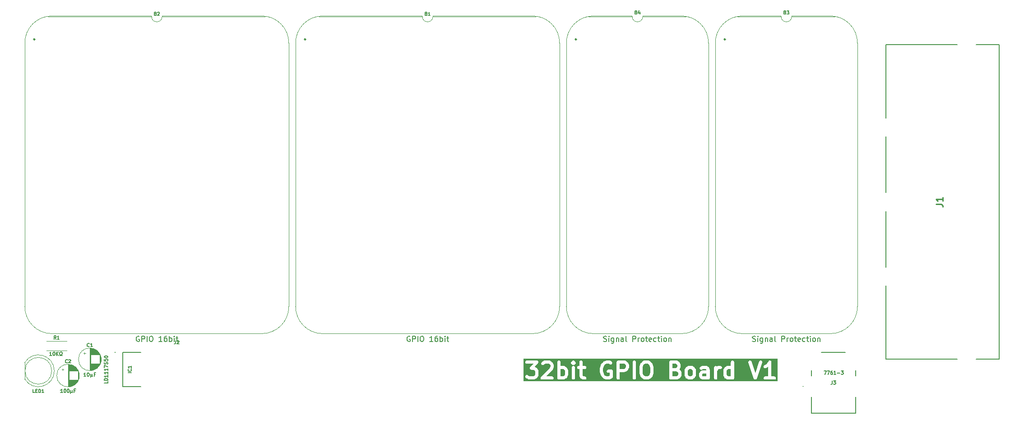
<source format=gto>
%TF.GenerationSoftware,KiCad,Pcbnew,8.0.7*%
%TF.CreationDate,2025-05-21T11:44:40+02:00*%
%TF.ProjectId,GPIO 32bit Board,4750494f-2033-4326-9269-7420426f6172,Pico GPIO Wide*%
%TF.SameCoordinates,Original*%
%TF.FileFunction,Legend,Top*%
%TF.FilePolarity,Positive*%
%FSLAX46Y46*%
G04 Gerber Fmt 4.6, Leading zero omitted, Abs format (unit mm)*
G04 Created by KiCad (PCBNEW 8.0.7) date 2025-05-21 11:44:40*
%MOMM*%
%LPD*%
G01*
G04 APERTURE LIST*
%ADD10C,0.600000*%
%ADD11C,0.150000*%
%ADD12C,0.200000*%
%ADD13C,0.254000*%
%ADD14C,0.100000*%
%ADD15C,0.120000*%
%ADD16C,0.239605*%
G04 APERTURE END LIST*
D10*
G36*
X99249434Y-12446070D02*
G01*
X99323444Y-12520079D01*
X99412857Y-12698905D01*
X99412857Y-13414408D01*
X99323444Y-13593234D01*
X99249434Y-13667244D01*
X99070608Y-13756657D01*
X98640820Y-13756657D01*
X98584285Y-13728389D01*
X98584285Y-12384924D01*
X98640820Y-12356657D01*
X99070608Y-12356657D01*
X99249434Y-12446070D01*
G37*
G36*
X115106577Y-11446070D02*
G01*
X115299109Y-11638602D01*
X115412856Y-12093589D01*
X115412856Y-13019724D01*
X115299109Y-13474710D01*
X115106576Y-13667243D01*
X114927750Y-13756657D01*
X114497962Y-13756657D01*
X114319136Y-13667244D01*
X114126602Y-13474710D01*
X114012856Y-13019724D01*
X114012856Y-12093589D01*
X114126602Y-11638602D01*
X114319135Y-11446070D01*
X114497962Y-11356657D01*
X114927750Y-11356657D01*
X115106577Y-11446070D01*
G37*
G36*
X120550802Y-12890295D02*
G01*
X120609156Y-12948649D01*
X120698570Y-13127476D01*
X120698570Y-13414408D01*
X120609156Y-13593234D01*
X120535147Y-13667244D01*
X120356321Y-13756657D01*
X119584284Y-13756657D01*
X119584284Y-12785228D01*
X120235601Y-12785228D01*
X120550802Y-12890295D01*
G37*
G36*
X120392291Y-11446070D02*
G01*
X120466300Y-11520079D01*
X120555713Y-11698905D01*
X120555713Y-11842980D01*
X120466300Y-12021806D01*
X120392291Y-12095814D01*
X120213464Y-12185228D01*
X119584284Y-12185228D01*
X119584284Y-11356657D01*
X120213464Y-11356657D01*
X120392291Y-11446070D01*
G37*
G36*
X123249433Y-12446070D02*
G01*
X123323443Y-12520079D01*
X123412856Y-12698905D01*
X123412856Y-13414408D01*
X123323443Y-13593234D01*
X123249433Y-13667244D01*
X123070607Y-13756657D01*
X122783676Y-13756657D01*
X122604849Y-13667244D01*
X122530840Y-13593234D01*
X122441427Y-13414408D01*
X122441427Y-12698905D01*
X122530840Y-12520079D01*
X122604848Y-12446070D01*
X122783676Y-12356657D01*
X123070607Y-12356657D01*
X123249433Y-12446070D01*
G37*
G36*
X125984285Y-13728389D02*
G01*
X125927750Y-13756657D01*
X125355105Y-13756657D01*
X125222176Y-13690193D01*
X125155713Y-13557265D01*
X125155713Y-13413191D01*
X125222176Y-13280263D01*
X125355105Y-13213800D01*
X125984285Y-13213800D01*
X125984285Y-13728389D01*
G37*
G36*
X130555714Y-12384924D02*
G01*
X130555714Y-13728389D01*
X130499179Y-13756657D01*
X130069391Y-13756657D01*
X129890564Y-13667244D01*
X129816555Y-13593234D01*
X129727142Y-13414408D01*
X129727142Y-12698905D01*
X129816555Y-12520079D01*
X129890563Y-12446070D01*
X130069391Y-12356657D01*
X130499179Y-12356657D01*
X130555714Y-12384924D01*
G37*
G36*
X110678006Y-11446070D02*
G01*
X110752015Y-11520079D01*
X110841428Y-11698905D01*
X110841428Y-11985837D01*
X110752015Y-12164663D01*
X110678006Y-12238671D01*
X110499179Y-12328085D01*
X109727142Y-12328085D01*
X109727142Y-11356657D01*
X110499179Y-11356657D01*
X110678006Y-11446070D01*
G37*
G36*
X139343623Y-14689990D02*
G01*
X91653519Y-14689990D01*
X91653519Y-11017499D01*
X91986852Y-11017499D01*
X91986852Y-11095815D01*
X92007121Y-11171462D01*
X92046279Y-11239285D01*
X92101657Y-11294663D01*
X92169480Y-11333821D01*
X92245127Y-11354090D01*
X92284285Y-11356657D01*
X93480298Y-11356657D01*
X92915655Y-12001963D01*
X92906870Y-12013437D01*
X92903422Y-12016886D01*
X92900941Y-12021182D01*
X92891801Y-12033122D01*
X92878891Y-12059374D01*
X92864264Y-12084709D01*
X92861668Y-12094397D01*
X92857241Y-12103400D01*
X92851565Y-12132101D01*
X92843995Y-12160356D01*
X92843995Y-12170386D01*
X92842049Y-12180228D01*
X92843995Y-12209420D01*
X92843995Y-12238672D01*
X92846590Y-12248359D01*
X92847258Y-12258370D01*
X92856692Y-12286062D01*
X92864264Y-12314319D01*
X92869279Y-12323006D01*
X92872515Y-12332502D01*
X92888793Y-12356804D01*
X92903422Y-12382142D01*
X92910517Y-12389237D01*
X92916098Y-12397569D01*
X92938109Y-12416829D01*
X92958800Y-12437520D01*
X92967487Y-12442535D01*
X92975036Y-12449141D01*
X93001288Y-12462050D01*
X93026623Y-12476678D01*
X93036311Y-12479273D01*
X93045314Y-12483701D01*
X93074015Y-12489376D01*
X93102270Y-12496947D01*
X93117275Y-12497930D01*
X93122142Y-12498893D01*
X93127007Y-12498568D01*
X93141428Y-12499514D01*
X93499179Y-12499514D01*
X93678006Y-12588927D01*
X93752015Y-12662936D01*
X93841428Y-12841762D01*
X93841428Y-13414408D01*
X93752014Y-13593234D01*
X93678005Y-13667244D01*
X93499179Y-13756657D01*
X92783676Y-13756657D01*
X92604850Y-13667244D01*
X92496418Y-13558811D01*
X92466914Y-13532937D01*
X92399091Y-13493778D01*
X92323444Y-13473509D01*
X92245128Y-13473509D01*
X92169481Y-13493778D01*
X92101658Y-13532936D01*
X92046280Y-13588313D01*
X92007121Y-13656136D01*
X91986852Y-13731783D01*
X91986852Y-13810099D01*
X92007121Y-13885746D01*
X92046279Y-13953569D01*
X92072152Y-13983073D01*
X92215009Y-14125931D01*
X92244513Y-14151805D01*
X92252340Y-14156324D01*
X92259102Y-14162320D01*
X92292978Y-14182128D01*
X92578692Y-14324985D01*
X92593631Y-14331269D01*
X92598051Y-14333821D01*
X92602585Y-14335036D01*
X92614864Y-14340201D01*
X92644485Y-14346262D01*
X92673698Y-14354090D01*
X92686993Y-14354961D01*
X92691589Y-14355902D01*
X92696678Y-14355596D01*
X92712856Y-14356657D01*
X93569999Y-14356657D01*
X93586175Y-14355596D01*
X93591265Y-14355902D01*
X93595860Y-14354961D01*
X93609157Y-14354090D01*
X93638370Y-14346262D01*
X93667991Y-14340201D01*
X93680269Y-14335036D01*
X93684804Y-14333821D01*
X93689223Y-14331269D01*
X93704163Y-14324985D01*
X93989878Y-14182128D01*
X94023754Y-14162320D01*
X94030515Y-14156324D01*
X94038343Y-14151805D01*
X94067847Y-14125931D01*
X94176278Y-14017499D01*
X94843995Y-14017499D01*
X94843995Y-14095815D01*
X94864264Y-14171462D01*
X94903422Y-14239285D01*
X94958800Y-14294663D01*
X95026623Y-14333821D01*
X95102270Y-14354090D01*
X95141428Y-14356657D01*
X96998571Y-14356657D01*
X97037729Y-14354090D01*
X97113376Y-14333821D01*
X97181199Y-14294663D01*
X97236577Y-14239285D01*
X97275735Y-14171462D01*
X97296004Y-14095815D01*
X97296004Y-14017499D01*
X97275735Y-13941852D01*
X97236577Y-13874029D01*
X97181199Y-13818651D01*
X97113376Y-13779493D01*
X97037729Y-13759224D01*
X96998571Y-13756657D01*
X95865692Y-13756657D01*
X97067846Y-12554503D01*
X97078533Y-12542316D01*
X97082350Y-12538932D01*
X97084935Y-12535015D01*
X97093720Y-12524999D01*
X97108840Y-12498809D01*
X97125501Y-12473576D01*
X97130531Y-12461240D01*
X97132878Y-12457176D01*
X97134198Y-12452248D01*
X97140319Y-12437239D01*
X97283176Y-12008669D01*
X97293123Y-11970709D01*
X97293664Y-11961689D01*
X97296004Y-11952958D01*
X97298571Y-11913800D01*
X97298571Y-11628085D01*
X97297510Y-11611907D01*
X97297816Y-11606818D01*
X97296875Y-11602222D01*
X97296004Y-11588927D01*
X97288176Y-11559714D01*
X97282115Y-11530093D01*
X97276950Y-11517814D01*
X97275735Y-11513280D01*
X97273183Y-11508860D01*
X97266899Y-11493921D01*
X97124042Y-11208207D01*
X97104234Y-11174331D01*
X97098239Y-11167570D01*
X97093720Y-11159743D01*
X97067846Y-11130239D01*
X96994264Y-11056657D01*
X97984285Y-11056657D01*
X97984285Y-14056657D01*
X97986852Y-14095815D01*
X98007121Y-14171462D01*
X98046279Y-14239285D01*
X98101657Y-14294663D01*
X98169480Y-14333821D01*
X98245127Y-14354090D01*
X98323443Y-14354090D01*
X98399090Y-14333821D01*
X98424345Y-14319239D01*
X98435836Y-14324985D01*
X98450775Y-14331269D01*
X98455195Y-14333821D01*
X98459729Y-14335036D01*
X98472008Y-14340201D01*
X98501628Y-14346262D01*
X98530842Y-14354090D01*
X98544138Y-14354961D01*
X98548734Y-14355902D01*
X98553823Y-14355596D01*
X98570000Y-14356657D01*
X99141428Y-14356657D01*
X99157605Y-14355596D01*
X99162695Y-14355902D01*
X99167290Y-14354961D01*
X99180586Y-14354090D01*
X99209798Y-14346262D01*
X99239420Y-14340201D01*
X99251698Y-14335036D01*
X99256233Y-14333821D01*
X99260652Y-14331269D01*
X99275592Y-14324985D01*
X99561306Y-14182128D01*
X99595182Y-14162320D01*
X99601942Y-14156325D01*
X99609770Y-14151806D01*
X99639274Y-14125932D01*
X99782132Y-13983074D01*
X99808006Y-13953570D01*
X99812525Y-13945742D01*
X99818520Y-13938982D01*
X99838328Y-13905106D01*
X99981185Y-13619392D01*
X99987469Y-13604452D01*
X99990021Y-13600033D01*
X99991236Y-13595498D01*
X99996401Y-13583220D01*
X100002462Y-13553598D01*
X100010290Y-13524386D01*
X100011161Y-13511090D01*
X100012102Y-13506495D01*
X100011796Y-13501405D01*
X100012857Y-13485228D01*
X100012857Y-12628085D01*
X100011796Y-12611907D01*
X100012102Y-12606818D01*
X100011161Y-12602222D01*
X100010290Y-12588927D01*
X100002462Y-12559714D01*
X99996401Y-12530093D01*
X99991236Y-12517814D01*
X99990021Y-12513280D01*
X99987469Y-12508860D01*
X99981185Y-12493921D01*
X99838328Y-12208207D01*
X99818520Y-12174331D01*
X99812524Y-12167569D01*
X99808005Y-12159742D01*
X99782131Y-12130238D01*
X99708549Y-12056657D01*
X100698571Y-12056657D01*
X100698571Y-14056657D01*
X100701138Y-14095815D01*
X100721407Y-14171462D01*
X100760565Y-14239285D01*
X100815943Y-14294663D01*
X100883766Y-14333821D01*
X100959413Y-14354090D01*
X101037729Y-14354090D01*
X101113376Y-14333821D01*
X101181199Y-14294663D01*
X101236577Y-14239285D01*
X101275735Y-14171462D01*
X101296004Y-14095815D01*
X101298571Y-14056657D01*
X101298571Y-12056657D01*
X101296004Y-12017499D01*
X101701138Y-12017499D01*
X101701138Y-12095815D01*
X101721407Y-12171462D01*
X101760565Y-12239285D01*
X101815943Y-12294663D01*
X101883766Y-12333821D01*
X101959413Y-12354090D01*
X101998571Y-12356657D01*
X102127142Y-12356657D01*
X102127142Y-13628085D01*
X102128202Y-13644261D01*
X102127897Y-13649351D01*
X102128837Y-13653946D01*
X102129709Y-13667243D01*
X102137536Y-13696456D01*
X102143598Y-13726077D01*
X102148762Y-13738355D01*
X102149978Y-13742890D01*
X102152529Y-13747309D01*
X102158814Y-13762249D01*
X102301671Y-14047964D01*
X102321479Y-14081840D01*
X102333431Y-14095319D01*
X102343363Y-14110361D01*
X102359303Y-14124495D01*
X102373438Y-14140436D01*
X102388479Y-14150367D01*
X102401959Y-14162320D01*
X102435835Y-14182128D01*
X102721550Y-14324985D01*
X102736489Y-14331269D01*
X102740909Y-14333821D01*
X102745443Y-14335036D01*
X102757722Y-14340201D01*
X102787342Y-14346262D01*
X102816556Y-14354090D01*
X102829852Y-14354961D01*
X102834448Y-14355902D01*
X102839537Y-14355596D01*
X102855714Y-14356657D01*
X103141428Y-14356657D01*
X103180586Y-14354090D01*
X103256233Y-14333821D01*
X103324056Y-14294663D01*
X103379434Y-14239285D01*
X103418592Y-14171462D01*
X103438861Y-14095815D01*
X103438861Y-14017499D01*
X103418592Y-13941852D01*
X103379434Y-13874029D01*
X103324056Y-13818651D01*
X103256233Y-13779493D01*
X103180586Y-13759224D01*
X103141428Y-13756657D01*
X102926534Y-13756657D01*
X102793605Y-13690193D01*
X102727142Y-13557265D01*
X102727142Y-12356657D01*
X103141428Y-12356657D01*
X103180586Y-12354090D01*
X103224323Y-12342371D01*
X105984285Y-12342371D01*
X105984285Y-12770942D01*
X105986293Y-12801587D01*
X105986235Y-12805091D01*
X105986686Y-12807581D01*
X105986852Y-12810100D01*
X105987756Y-12813476D01*
X105993242Y-12843703D01*
X106136099Y-13415131D01*
X106142548Y-13435232D01*
X106143598Y-13440363D01*
X106146109Y-13446334D01*
X106148087Y-13452497D01*
X106150626Y-13457072D01*
X106158814Y-13476535D01*
X106301671Y-13762249D01*
X106321479Y-13796125D01*
X106327473Y-13802885D01*
X106331993Y-13810713D01*
X106357867Y-13840217D01*
X106643582Y-14125932D01*
X106655768Y-14136619D01*
X106659153Y-14140436D01*
X106663069Y-14143021D01*
X106673086Y-14151806D01*
X106699275Y-14166926D01*
X106724509Y-14183587D01*
X106736844Y-14188617D01*
X106740909Y-14190964D01*
X106745836Y-14192284D01*
X106760846Y-14198405D01*
X107189416Y-14341262D01*
X107227376Y-14351209D01*
X107236395Y-14351750D01*
X107245127Y-14354090D01*
X107284285Y-14356657D01*
X107569999Y-14356657D01*
X107609157Y-14354090D01*
X107617884Y-14351751D01*
X107626907Y-14351210D01*
X107664867Y-14341262D01*
X108093439Y-14198405D01*
X108108444Y-14192285D01*
X108113377Y-14190964D01*
X108117445Y-14188615D01*
X108129775Y-14183587D01*
X108155007Y-14166928D01*
X108181200Y-14151805D01*
X108191213Y-14143023D01*
X108195131Y-14140437D01*
X108198516Y-14136618D01*
X108210704Y-14125931D01*
X108353561Y-13983073D01*
X108379426Y-13953577D01*
X108379434Y-13953570D01*
X108418592Y-13885747D01*
X108438861Y-13810100D01*
X108441428Y-13770942D01*
X108441428Y-12770942D01*
X108438861Y-12731784D01*
X108418592Y-12656137D01*
X108379434Y-12588314D01*
X108324056Y-12532936D01*
X108256233Y-12493778D01*
X108180586Y-12473509D01*
X108141428Y-12470942D01*
X107569999Y-12470942D01*
X107530841Y-12473509D01*
X107455194Y-12493778D01*
X107387371Y-12532936D01*
X107331993Y-12588314D01*
X107292835Y-12656137D01*
X107272566Y-12731784D01*
X107272566Y-12810100D01*
X107292835Y-12885747D01*
X107331993Y-12953570D01*
X107387371Y-13008948D01*
X107455194Y-13048106D01*
X107530841Y-13068375D01*
X107569999Y-13070942D01*
X107841428Y-13070942D01*
X107841428Y-13646678D01*
X107836516Y-13651590D01*
X107521316Y-13756657D01*
X107332968Y-13756657D01*
X107017768Y-13651590D01*
X106816555Y-13450377D01*
X106710198Y-13237664D01*
X106584285Y-12734009D01*
X106584285Y-12379303D01*
X106710198Y-11875648D01*
X106816554Y-11662936D01*
X107017768Y-11461723D01*
X107332968Y-11356657D01*
X107642037Y-11356657D01*
X107864407Y-11467842D01*
X107900579Y-11483058D01*
X107977304Y-11498759D01*
X108055479Y-11494067D01*
X108129776Y-11469301D01*
X108195132Y-11426150D01*
X108247091Y-11367554D01*
X108282115Y-11297506D01*
X108297816Y-11220781D01*
X108293124Y-11142606D01*
X108268358Y-11068309D01*
X108260665Y-11056657D01*
X109127142Y-11056657D01*
X109127142Y-14056657D01*
X109129709Y-14095815D01*
X109149978Y-14171462D01*
X109189136Y-14239285D01*
X109244514Y-14294663D01*
X109312337Y-14333821D01*
X109387984Y-14354090D01*
X109466300Y-14354090D01*
X109541947Y-14333821D01*
X109609770Y-14294663D01*
X109665148Y-14239285D01*
X109704306Y-14171462D01*
X109724575Y-14095815D01*
X109727142Y-14056657D01*
X109727142Y-12928085D01*
X110569999Y-12928085D01*
X110586175Y-12927024D01*
X110591265Y-12927330D01*
X110595860Y-12926389D01*
X110609157Y-12925518D01*
X110638370Y-12917690D01*
X110667991Y-12911629D01*
X110680269Y-12906464D01*
X110684804Y-12905249D01*
X110689223Y-12902697D01*
X110704163Y-12896413D01*
X110989878Y-12753556D01*
X111023754Y-12733748D01*
X111030514Y-12727753D01*
X111038342Y-12723234D01*
X111067846Y-12697360D01*
X111210703Y-12554503D01*
X111236577Y-12524999D01*
X111241096Y-12517171D01*
X111247091Y-12510411D01*
X111266899Y-12476535D01*
X111409756Y-12190821D01*
X111416040Y-12175881D01*
X111418592Y-12171462D01*
X111419807Y-12166927D01*
X111424972Y-12154649D01*
X111431033Y-12125027D01*
X111438861Y-12095815D01*
X111439732Y-12082519D01*
X111440673Y-12077924D01*
X111440367Y-12072834D01*
X111441428Y-12056657D01*
X111441428Y-11628085D01*
X111440367Y-11611907D01*
X111440673Y-11606818D01*
X111439732Y-11602222D01*
X111438861Y-11588927D01*
X111431033Y-11559714D01*
X111424972Y-11530093D01*
X111419807Y-11517814D01*
X111418592Y-11513280D01*
X111416040Y-11508860D01*
X111409756Y-11493921D01*
X111266899Y-11208207D01*
X111247091Y-11174331D01*
X111241096Y-11167570D01*
X111236577Y-11159743D01*
X111210703Y-11130239D01*
X111137121Y-11056657D01*
X112127142Y-11056657D01*
X112127142Y-14056657D01*
X112129709Y-14095815D01*
X112149978Y-14171462D01*
X112189136Y-14239285D01*
X112244514Y-14294663D01*
X112312337Y-14333821D01*
X112387984Y-14354090D01*
X112466300Y-14354090D01*
X112541947Y-14333821D01*
X112609770Y-14294663D01*
X112665148Y-14239285D01*
X112704306Y-14171462D01*
X112724575Y-14095815D01*
X112727142Y-14056657D01*
X112727142Y-12056657D01*
X113412856Y-12056657D01*
X113412856Y-13056657D01*
X113414864Y-13087302D01*
X113414806Y-13090806D01*
X113415257Y-13093296D01*
X113415423Y-13095815D01*
X113416327Y-13099191D01*
X113421813Y-13129418D01*
X113564670Y-13700846D01*
X113576658Y-13738212D01*
X113577890Y-13740432D01*
X113578549Y-13742890D01*
X113596880Y-13774640D01*
X113614669Y-13806685D01*
X113616437Y-13808513D01*
X113617707Y-13810713D01*
X113643581Y-13840217D01*
X113929296Y-14125932D01*
X113958800Y-14151806D01*
X113966627Y-14156325D01*
X113973388Y-14162320D01*
X114007264Y-14182128D01*
X114292978Y-14324985D01*
X114307917Y-14331269D01*
X114312337Y-14333821D01*
X114316871Y-14335036D01*
X114329150Y-14340201D01*
X114358771Y-14346262D01*
X114387984Y-14354090D01*
X114401279Y-14354961D01*
X114405875Y-14355902D01*
X114410964Y-14355596D01*
X114427142Y-14356657D01*
X114998570Y-14356657D01*
X115014746Y-14355596D01*
X115019836Y-14355902D01*
X115024431Y-14354961D01*
X115037728Y-14354090D01*
X115066941Y-14346262D01*
X115096562Y-14340201D01*
X115108840Y-14335036D01*
X115113375Y-14333821D01*
X115117794Y-14331269D01*
X115132734Y-14324985D01*
X115418449Y-14182128D01*
X115452325Y-14162320D01*
X115459088Y-14156322D01*
X115466913Y-14151805D01*
X115496417Y-14125932D01*
X115782131Y-13840217D01*
X115808005Y-13810713D01*
X115809276Y-13808511D01*
X115811043Y-13806684D01*
X115828824Y-13774653D01*
X115847163Y-13742890D01*
X115847821Y-13740432D01*
X115849054Y-13738212D01*
X115861042Y-13700846D01*
X116003899Y-13129417D01*
X116009384Y-13099192D01*
X116010289Y-13095815D01*
X116010454Y-13093295D01*
X116010906Y-13090806D01*
X116010847Y-13087302D01*
X116012856Y-13056657D01*
X116012856Y-12056657D01*
X116010847Y-12026011D01*
X116010906Y-12022507D01*
X116010454Y-12020016D01*
X116010289Y-12017499D01*
X116009384Y-12014123D01*
X116003899Y-11983896D01*
X115861042Y-11412467D01*
X115849054Y-11375101D01*
X115847821Y-11372880D01*
X115847163Y-11370423D01*
X115828824Y-11338659D01*
X115811043Y-11306629D01*
X115809276Y-11304801D01*
X115808005Y-11302600D01*
X115782131Y-11273096D01*
X115565692Y-11056657D01*
X118984284Y-11056657D01*
X118984284Y-14056657D01*
X118986851Y-14095815D01*
X119007120Y-14171462D01*
X119046278Y-14239285D01*
X119101656Y-14294663D01*
X119169479Y-14333821D01*
X119245126Y-14354090D01*
X119284284Y-14356657D01*
X120427141Y-14356657D01*
X120443317Y-14355596D01*
X120448407Y-14355902D01*
X120453002Y-14354961D01*
X120466299Y-14354090D01*
X120495512Y-14346262D01*
X120525133Y-14340201D01*
X120537411Y-14335036D01*
X120541946Y-14333821D01*
X120546365Y-14331269D01*
X120561305Y-14324985D01*
X120847020Y-14182128D01*
X120880896Y-14162320D01*
X120887657Y-14156324D01*
X120895485Y-14151805D01*
X120924989Y-14125931D01*
X121067846Y-13983073D01*
X121093719Y-13953569D01*
X121098236Y-13945744D01*
X121104233Y-13938982D01*
X121124041Y-13905106D01*
X121266898Y-13619392D01*
X121273182Y-13604452D01*
X121275734Y-13600033D01*
X121276949Y-13595498D01*
X121282114Y-13583220D01*
X121288175Y-13553598D01*
X121296003Y-13524386D01*
X121296874Y-13511090D01*
X121297815Y-13506495D01*
X121297509Y-13501405D01*
X121298570Y-13485228D01*
X121298570Y-13056657D01*
X121297509Y-13040480D01*
X121297815Y-13035391D01*
X121296874Y-13030795D01*
X121296003Y-13017499D01*
X121288175Y-12988285D01*
X121282114Y-12958665D01*
X121276949Y-12946386D01*
X121275734Y-12941852D01*
X121273182Y-12937432D01*
X121266898Y-12922493D01*
X121124041Y-12636778D01*
X121118958Y-12628085D01*
X121841427Y-12628085D01*
X121841427Y-13485228D01*
X121842487Y-13501405D01*
X121842182Y-13506495D01*
X121843122Y-13511090D01*
X121843994Y-13524386D01*
X121851821Y-13553598D01*
X121857883Y-13583220D01*
X121863047Y-13595498D01*
X121864263Y-13600033D01*
X121866814Y-13604452D01*
X121873099Y-13619392D01*
X122015956Y-13905106D01*
X122035764Y-13938982D01*
X122041760Y-13945744D01*
X122046278Y-13953569D01*
X122072151Y-13983073D01*
X122215008Y-14125931D01*
X122244512Y-14151805D01*
X122252339Y-14156324D01*
X122259101Y-14162320D01*
X122292977Y-14182128D01*
X122578692Y-14324985D01*
X122593631Y-14331269D01*
X122598051Y-14333821D01*
X122602585Y-14335036D01*
X122614864Y-14340201D01*
X122644484Y-14346262D01*
X122673698Y-14354090D01*
X122686994Y-14354961D01*
X122691590Y-14355902D01*
X122696679Y-14355596D01*
X122712856Y-14356657D01*
X123141427Y-14356657D01*
X123157604Y-14355596D01*
X123162694Y-14355902D01*
X123167289Y-14354961D01*
X123180585Y-14354090D01*
X123209797Y-14346262D01*
X123239419Y-14340201D01*
X123251697Y-14335036D01*
X123256232Y-14333821D01*
X123260651Y-14331269D01*
X123275591Y-14324985D01*
X123561305Y-14182128D01*
X123595181Y-14162320D01*
X123601941Y-14156325D01*
X123609769Y-14151806D01*
X123639273Y-14125932D01*
X123782131Y-13983074D01*
X123808005Y-13953570D01*
X123812524Y-13945742D01*
X123818519Y-13938982D01*
X123838327Y-13905106D01*
X123981184Y-13619392D01*
X123987468Y-13604452D01*
X123990020Y-13600033D01*
X123991235Y-13595498D01*
X123996400Y-13583220D01*
X124002461Y-13553598D01*
X124010289Y-13524386D01*
X124011160Y-13511090D01*
X124012101Y-13506495D01*
X124011795Y-13501405D01*
X124012856Y-13485228D01*
X124012856Y-13342371D01*
X124555713Y-13342371D01*
X124555713Y-13628085D01*
X124556773Y-13644261D01*
X124556468Y-13649351D01*
X124557408Y-13653946D01*
X124558280Y-13667243D01*
X124566107Y-13696456D01*
X124572169Y-13726077D01*
X124577333Y-13738355D01*
X124578549Y-13742890D01*
X124581100Y-13747309D01*
X124587385Y-13762249D01*
X124730242Y-14047964D01*
X124750050Y-14081840D01*
X124762002Y-14095319D01*
X124771934Y-14110361D01*
X124787874Y-14124495D01*
X124802009Y-14140436D01*
X124817050Y-14150367D01*
X124830530Y-14162320D01*
X124864406Y-14182128D01*
X125150121Y-14324985D01*
X125165060Y-14331269D01*
X125169480Y-14333821D01*
X125174014Y-14335036D01*
X125186293Y-14340201D01*
X125215913Y-14346262D01*
X125245127Y-14354090D01*
X125258423Y-14354961D01*
X125263019Y-14355902D01*
X125268108Y-14355596D01*
X125284285Y-14356657D01*
X125998570Y-14356657D01*
X126014746Y-14355596D01*
X126019836Y-14355902D01*
X126024431Y-14354961D01*
X126037728Y-14354090D01*
X126066941Y-14346262D01*
X126096562Y-14340201D01*
X126108840Y-14335036D01*
X126113375Y-14333821D01*
X126117794Y-14331269D01*
X126132734Y-14324985D01*
X126144224Y-14319239D01*
X126169480Y-14333821D01*
X126245127Y-14354090D01*
X126323443Y-14354090D01*
X126399090Y-14333821D01*
X126466913Y-14294663D01*
X126522291Y-14239285D01*
X126561449Y-14171462D01*
X126581718Y-14095815D01*
X126584285Y-14056657D01*
X126584285Y-12485228D01*
X126583224Y-12469050D01*
X126583530Y-12463960D01*
X126582589Y-12459364D01*
X126581718Y-12446070D01*
X126573891Y-12416860D01*
X126567829Y-12387235D01*
X126562663Y-12374954D01*
X126561449Y-12370423D01*
X126558899Y-12366006D01*
X126552613Y-12351063D01*
X126409755Y-12065349D01*
X126404673Y-12056657D01*
X127412856Y-12056657D01*
X127412856Y-14056657D01*
X127415423Y-14095815D01*
X127435692Y-14171462D01*
X127474850Y-14239285D01*
X127530228Y-14294663D01*
X127598051Y-14333821D01*
X127673698Y-14354090D01*
X127752014Y-14354090D01*
X127827661Y-14333821D01*
X127895484Y-14294663D01*
X127950862Y-14239285D01*
X127990020Y-14171462D01*
X128010289Y-14095815D01*
X128012856Y-14056657D01*
X128012856Y-12698905D01*
X128048266Y-12628085D01*
X129127142Y-12628085D01*
X129127142Y-13485228D01*
X129128202Y-13501405D01*
X129127897Y-13506495D01*
X129128837Y-13511090D01*
X129129709Y-13524386D01*
X129137536Y-13553598D01*
X129143598Y-13583220D01*
X129148762Y-13595498D01*
X129149978Y-13600033D01*
X129152529Y-13604452D01*
X129158814Y-13619392D01*
X129301671Y-13905106D01*
X129321479Y-13938982D01*
X129327475Y-13945744D01*
X129331993Y-13953569D01*
X129357866Y-13983073D01*
X129500723Y-14125931D01*
X129530227Y-14151805D01*
X129538054Y-14156324D01*
X129544816Y-14162320D01*
X129578692Y-14182128D01*
X129864407Y-14324985D01*
X129879346Y-14331269D01*
X129883766Y-14333821D01*
X129888300Y-14335036D01*
X129900579Y-14340201D01*
X129930199Y-14346262D01*
X129959413Y-14354090D01*
X129972709Y-14354961D01*
X129977305Y-14355902D01*
X129982394Y-14355596D01*
X129998571Y-14356657D01*
X130569999Y-14356657D01*
X130586175Y-14355596D01*
X130591265Y-14355902D01*
X130595860Y-14354961D01*
X130609157Y-14354090D01*
X130638370Y-14346262D01*
X130667991Y-14340201D01*
X130680269Y-14335036D01*
X130684804Y-14333821D01*
X130689223Y-14331269D01*
X130704163Y-14324985D01*
X130715653Y-14319239D01*
X130740909Y-14333821D01*
X130816556Y-14354090D01*
X130894872Y-14354090D01*
X130970519Y-14333821D01*
X131038342Y-14294663D01*
X131093720Y-14239285D01*
X131132878Y-14171462D01*
X131153147Y-14095815D01*
X131155714Y-14056657D01*
X131155714Y-11056657D01*
X131154320Y-11035390D01*
X133842183Y-11035390D01*
X133846875Y-11113565D01*
X133856823Y-11151525D01*
X134856823Y-14151526D01*
X134857669Y-14153602D01*
X134857884Y-14154649D01*
X134859036Y-14156954D01*
X134871641Y-14187862D01*
X134883381Y-14205644D01*
X134892908Y-14224697D01*
X134904861Y-14238177D01*
X134914792Y-14253218D01*
X134930733Y-14267354D01*
X134944867Y-14283293D01*
X134959904Y-14293221D01*
X134973388Y-14305178D01*
X134992447Y-14314707D01*
X135010223Y-14326444D01*
X135027314Y-14332141D01*
X135043436Y-14340202D01*
X135064313Y-14344474D01*
X135084520Y-14351210D01*
X135102502Y-14352289D01*
X135120161Y-14355903D01*
X135141434Y-14354625D01*
X135162695Y-14355902D01*
X135180345Y-14352290D01*
X135198336Y-14351210D01*
X135218550Y-14344471D01*
X135239420Y-14340201D01*
X135255535Y-14332143D01*
X135272633Y-14326444D01*
X135290416Y-14314702D01*
X135309468Y-14305177D01*
X135322944Y-14293226D01*
X135337989Y-14283294D01*
X135352127Y-14267349D01*
X135368064Y-14253218D01*
X135377991Y-14238181D01*
X135389948Y-14224698D01*
X135399475Y-14205641D01*
X135411215Y-14187862D01*
X135423817Y-14156958D01*
X135424972Y-14154649D01*
X135425186Y-14153600D01*
X135426033Y-14151525D01*
X136164852Y-11935068D01*
X136699326Y-11935068D01*
X136715027Y-12011793D01*
X136750051Y-12081841D01*
X136802011Y-12140437D01*
X136867366Y-12183587D01*
X136941664Y-12208353D01*
X137019839Y-12213045D01*
X137096564Y-12197344D01*
X137132736Y-12182128D01*
X137418449Y-12039270D01*
X137452325Y-12019462D01*
X137459085Y-12013467D01*
X137466913Y-12008948D01*
X137496417Y-11983074D01*
X137555714Y-11923777D01*
X137555714Y-13756657D01*
X136998571Y-13756657D01*
X136959413Y-13759224D01*
X136883766Y-13779493D01*
X136815943Y-13818651D01*
X136760565Y-13874029D01*
X136721407Y-13941852D01*
X136701138Y-14017499D01*
X136701138Y-14095815D01*
X136721407Y-14171462D01*
X136760565Y-14239285D01*
X136815943Y-14294663D01*
X136883766Y-14333821D01*
X136959413Y-14354090D01*
X136998571Y-14356657D01*
X138712857Y-14356657D01*
X138752015Y-14354090D01*
X138827662Y-14333821D01*
X138895485Y-14294663D01*
X138950863Y-14239285D01*
X138990021Y-14171462D01*
X139010290Y-14095815D01*
X139010290Y-14017499D01*
X138990021Y-13941852D01*
X138950863Y-13874029D01*
X138895485Y-13818651D01*
X138827662Y-13779493D01*
X138752015Y-13759224D01*
X138712857Y-13756657D01*
X138155714Y-13756657D01*
X138155714Y-11056657D01*
X138154731Y-11041673D01*
X138155051Y-11036723D01*
X138154093Y-11031934D01*
X138153147Y-11017499D01*
X138145493Y-10988933D01*
X138139692Y-10959928D01*
X138135390Y-10951227D01*
X138132878Y-10941852D01*
X138118088Y-10916235D01*
X138104980Y-10889725D01*
X138098573Y-10882435D01*
X138093720Y-10874029D01*
X138072801Y-10853110D01*
X138053281Y-10830899D01*
X138045207Y-10825516D01*
X138038342Y-10818651D01*
X138012720Y-10803858D01*
X137988119Y-10787457D01*
X137978926Y-10784347D01*
X137970519Y-10779493D01*
X137941950Y-10771838D01*
X137913933Y-10762360D01*
X137904244Y-10761735D01*
X137894872Y-10759224D01*
X137865304Y-10759224D01*
X137835780Y-10757320D01*
X137826261Y-10759224D01*
X137816556Y-10759224D01*
X137787981Y-10766880D01*
X137758985Y-10772680D01*
X137750288Y-10776979D01*
X137740909Y-10779493D01*
X137715287Y-10794285D01*
X137688782Y-10807391D01*
X137681492Y-10813797D01*
X137673086Y-10818651D01*
X137652167Y-10839569D01*
X137629956Y-10859090D01*
X137621161Y-10870575D01*
X137617708Y-10874029D01*
X137615227Y-10878325D01*
X137606099Y-10890247D01*
X137336863Y-11294100D01*
X137106577Y-11524385D01*
X136864406Y-11645472D01*
X136830530Y-11665280D01*
X136771934Y-11717240D01*
X136728784Y-11782595D01*
X136704018Y-11856893D01*
X136699326Y-11935068D01*
X136164852Y-11935068D01*
X136426033Y-11151525D01*
X136435981Y-11113565D01*
X136440673Y-11035390D01*
X136424972Y-10958665D01*
X136389948Y-10888616D01*
X136337989Y-10830020D01*
X136272633Y-10786870D01*
X136198336Y-10762104D01*
X136120161Y-10757411D01*
X136043436Y-10773112D01*
X135973388Y-10808136D01*
X135914792Y-10860096D01*
X135871641Y-10925452D01*
X135856823Y-10961788D01*
X135141427Y-13107973D01*
X134426033Y-10961789D01*
X134411215Y-10925452D01*
X134368064Y-10860096D01*
X134309468Y-10808137D01*
X134239420Y-10773113D01*
X134162695Y-10757412D01*
X134084520Y-10762104D01*
X134010223Y-10786870D01*
X133944867Y-10830021D01*
X133892908Y-10888617D01*
X133857884Y-10958665D01*
X133842183Y-11035390D01*
X131154320Y-11035390D01*
X131153147Y-11017499D01*
X131132878Y-10941852D01*
X131093720Y-10874029D01*
X131038342Y-10818651D01*
X130970519Y-10779493D01*
X130894872Y-10759224D01*
X130816556Y-10759224D01*
X130740909Y-10779493D01*
X130673086Y-10818651D01*
X130617708Y-10874029D01*
X130578550Y-10941852D01*
X130558281Y-11017499D01*
X130555714Y-11056657D01*
X130555714Y-11756657D01*
X129998571Y-11756657D01*
X129982394Y-11757717D01*
X129977305Y-11757412D01*
X129972709Y-11758352D01*
X129959413Y-11759224D01*
X129930199Y-11767051D01*
X129900579Y-11773113D01*
X129888300Y-11778277D01*
X129883766Y-11779493D01*
X129879346Y-11782044D01*
X129864407Y-11788329D01*
X129578692Y-11931186D01*
X129544816Y-11950994D01*
X129538055Y-11956988D01*
X129530228Y-11961508D01*
X129500724Y-11987382D01*
X129357867Y-12130239D01*
X129331993Y-12159743D01*
X129327473Y-12167570D01*
X129321479Y-12174331D01*
X129301671Y-12208207D01*
X129158814Y-12493921D01*
X129152529Y-12508860D01*
X129149978Y-12513280D01*
X129148762Y-12517814D01*
X129143598Y-12530093D01*
X129137536Y-12559714D01*
X129129709Y-12588927D01*
X129128837Y-12602222D01*
X129127897Y-12606818D01*
X129128202Y-12611907D01*
X129127142Y-12628085D01*
X128048266Y-12628085D01*
X128102268Y-12520079D01*
X128176278Y-12446070D01*
X128355105Y-12356657D01*
X128569999Y-12356657D01*
X128609157Y-12354090D01*
X128684804Y-12333821D01*
X128752627Y-12294663D01*
X128808005Y-12239285D01*
X128847163Y-12171462D01*
X128867432Y-12095815D01*
X128867432Y-12017499D01*
X128847163Y-11941852D01*
X128808005Y-11874029D01*
X128752627Y-11818651D01*
X128684804Y-11779493D01*
X128609157Y-11759224D01*
X128569999Y-11756657D01*
X128284285Y-11756657D01*
X128268107Y-11757717D01*
X128263018Y-11757412D01*
X128258422Y-11758352D01*
X128245127Y-11759224D01*
X128215914Y-11767051D01*
X128186293Y-11773113D01*
X128174014Y-11778277D01*
X128169480Y-11779493D01*
X128165060Y-11782044D01*
X128150121Y-11788329D01*
X127957102Y-11884838D01*
X127950862Y-11874029D01*
X127895484Y-11818651D01*
X127827661Y-11779493D01*
X127752014Y-11759224D01*
X127673698Y-11759224D01*
X127598051Y-11779493D01*
X127530228Y-11818651D01*
X127474850Y-11874029D01*
X127435692Y-11941852D01*
X127415423Y-12017499D01*
X127412856Y-12056657D01*
X126404673Y-12056657D01*
X126389947Y-12031473D01*
X126377991Y-12017990D01*
X126368063Y-12002953D01*
X126352123Y-11988818D01*
X126337987Y-11972877D01*
X126322946Y-11962946D01*
X126309467Y-11950994D01*
X126275591Y-11931186D01*
X125989877Y-11788329D01*
X125974937Y-11782044D01*
X125970518Y-11779493D01*
X125965983Y-11778277D01*
X125953705Y-11773113D01*
X125924083Y-11767051D01*
X125894871Y-11759224D01*
X125881575Y-11758352D01*
X125876980Y-11757412D01*
X125871890Y-11757717D01*
X125855713Y-11756657D01*
X125284285Y-11756657D01*
X125268108Y-11757717D01*
X125263019Y-11757412D01*
X125258423Y-11758352D01*
X125245127Y-11759224D01*
X125215913Y-11767051D01*
X125186293Y-11773113D01*
X125174014Y-11778277D01*
X125169480Y-11779493D01*
X125165060Y-11782044D01*
X125150121Y-11788329D01*
X124864406Y-11931186D01*
X124830530Y-11950994D01*
X124771934Y-12002953D01*
X124728783Y-12068308D01*
X124704017Y-12142606D01*
X124699325Y-12220780D01*
X124715026Y-12297506D01*
X124750050Y-12367554D01*
X124802009Y-12426150D01*
X124867364Y-12469301D01*
X124941662Y-12494067D01*
X125019836Y-12498759D01*
X125096562Y-12483058D01*
X125132734Y-12467842D01*
X125355105Y-12356657D01*
X125784893Y-12356657D01*
X125917820Y-12423120D01*
X125984285Y-12556048D01*
X125984285Y-12585532D01*
X125927750Y-12613800D01*
X125284285Y-12613800D01*
X125268108Y-12614860D01*
X125263019Y-12614555D01*
X125258423Y-12615495D01*
X125245127Y-12616367D01*
X125215913Y-12624194D01*
X125186293Y-12630256D01*
X125174014Y-12635420D01*
X125169480Y-12636636D01*
X125165060Y-12639187D01*
X125150121Y-12645472D01*
X124864406Y-12788329D01*
X124830530Y-12808137D01*
X124817049Y-12820090D01*
X124802009Y-12830021D01*
X124787874Y-12845961D01*
X124771934Y-12860096D01*
X124762002Y-12875137D01*
X124750050Y-12888617D01*
X124730242Y-12922493D01*
X124587385Y-13208207D01*
X124581100Y-13223146D01*
X124578549Y-13227566D01*
X124577333Y-13232100D01*
X124572169Y-13244379D01*
X124566107Y-13274000D01*
X124558280Y-13303213D01*
X124557408Y-13316508D01*
X124556468Y-13321104D01*
X124556773Y-13326193D01*
X124555713Y-13342371D01*
X124012856Y-13342371D01*
X124012856Y-12628085D01*
X124011795Y-12611907D01*
X124012101Y-12606818D01*
X124011160Y-12602222D01*
X124010289Y-12588927D01*
X124002461Y-12559714D01*
X123996400Y-12530093D01*
X123991235Y-12517814D01*
X123990020Y-12513280D01*
X123987468Y-12508860D01*
X123981184Y-12493921D01*
X123838327Y-12208207D01*
X123818519Y-12174331D01*
X123812523Y-12167569D01*
X123808004Y-12159742D01*
X123782130Y-12130238D01*
X123639272Y-11987381D01*
X123609768Y-11961508D01*
X123601943Y-11956990D01*
X123595181Y-11950994D01*
X123561305Y-11931186D01*
X123275591Y-11788329D01*
X123260651Y-11782044D01*
X123256232Y-11779493D01*
X123251697Y-11778277D01*
X123239419Y-11773113D01*
X123209797Y-11767051D01*
X123180585Y-11759224D01*
X123167289Y-11758352D01*
X123162694Y-11757412D01*
X123157604Y-11757717D01*
X123141427Y-11756657D01*
X122712856Y-11756657D01*
X122696679Y-11757717D01*
X122691590Y-11757412D01*
X122686994Y-11758352D01*
X122673698Y-11759224D01*
X122644484Y-11767051D01*
X122614864Y-11773113D01*
X122602585Y-11778277D01*
X122598051Y-11779493D01*
X122593631Y-11782044D01*
X122578692Y-11788329D01*
X122292977Y-11931186D01*
X122259101Y-11950994D01*
X122252340Y-11956988D01*
X122244513Y-11961508D01*
X122215009Y-11987382D01*
X122072152Y-12130239D01*
X122046278Y-12159743D01*
X122041758Y-12167570D01*
X122035764Y-12174331D01*
X122015956Y-12208207D01*
X121873099Y-12493921D01*
X121866814Y-12508860D01*
X121864263Y-12513280D01*
X121863047Y-12517814D01*
X121857883Y-12530093D01*
X121851821Y-12559714D01*
X121843994Y-12588927D01*
X121843122Y-12602222D01*
X121842182Y-12606818D01*
X121842487Y-12611907D01*
X121841427Y-12628085D01*
X121118958Y-12628085D01*
X121104233Y-12602902D01*
X121098238Y-12596141D01*
X121093719Y-12588314D01*
X121067845Y-12558810D01*
X120924988Y-12415953D01*
X120922693Y-12413940D01*
X120924988Y-12411646D01*
X120950862Y-12382142D01*
X120955381Y-12374314D01*
X120961376Y-12367554D01*
X120981184Y-12333678D01*
X121124041Y-12047964D01*
X121130325Y-12033024D01*
X121132877Y-12028605D01*
X121134092Y-12024070D01*
X121139257Y-12011792D01*
X121145318Y-11982170D01*
X121153146Y-11952958D01*
X121154017Y-11939662D01*
X121154958Y-11935067D01*
X121154652Y-11929977D01*
X121155713Y-11913800D01*
X121155713Y-11628085D01*
X121154652Y-11611907D01*
X121154958Y-11606818D01*
X121154017Y-11602222D01*
X121153146Y-11588927D01*
X121145318Y-11559714D01*
X121139257Y-11530093D01*
X121134092Y-11517814D01*
X121132877Y-11513280D01*
X121130325Y-11508860D01*
X121124041Y-11493921D01*
X120981184Y-11208207D01*
X120961376Y-11174331D01*
X120955381Y-11167570D01*
X120950862Y-11159743D01*
X120924988Y-11130239D01*
X120782131Y-10987382D01*
X120752627Y-10961508D01*
X120744799Y-10956988D01*
X120738039Y-10950994D01*
X120704163Y-10931186D01*
X120418448Y-10788329D01*
X120403508Y-10782044D01*
X120399089Y-10779493D01*
X120394554Y-10778277D01*
X120382276Y-10773113D01*
X120352655Y-10767051D01*
X120323442Y-10759224D01*
X120310145Y-10758352D01*
X120305550Y-10757412D01*
X120300460Y-10757717D01*
X120284284Y-10756657D01*
X119284284Y-10756657D01*
X119245126Y-10759224D01*
X119169479Y-10779493D01*
X119101656Y-10818651D01*
X119046278Y-10874029D01*
X119007120Y-10941852D01*
X118986851Y-11017499D01*
X118984284Y-11056657D01*
X115565692Y-11056657D01*
X115496417Y-10987382D01*
X115466913Y-10961508D01*
X115459085Y-10956988D01*
X115452325Y-10950994D01*
X115418449Y-10931186D01*
X115132734Y-10788329D01*
X115117794Y-10782044D01*
X115113375Y-10779493D01*
X115108840Y-10778277D01*
X115096562Y-10773113D01*
X115066941Y-10767051D01*
X115037728Y-10759224D01*
X115024431Y-10758352D01*
X115019836Y-10757412D01*
X115014746Y-10757717D01*
X114998570Y-10756657D01*
X114427142Y-10756657D01*
X114410964Y-10757717D01*
X114405875Y-10757412D01*
X114401279Y-10758352D01*
X114387984Y-10759224D01*
X114358771Y-10767051D01*
X114329150Y-10773113D01*
X114316871Y-10778277D01*
X114312337Y-10779493D01*
X114307917Y-10782044D01*
X114292978Y-10788329D01*
X114007264Y-10931186D01*
X113973388Y-10950994D01*
X113966627Y-10956988D01*
X113958800Y-10961508D01*
X113929296Y-10987382D01*
X113643581Y-11273096D01*
X113617708Y-11302600D01*
X113616438Y-11304799D01*
X113614669Y-11306629D01*
X113596890Y-11338654D01*
X113578549Y-11370422D01*
X113577889Y-11372883D01*
X113576658Y-11375102D01*
X113564670Y-11412468D01*
X113421813Y-11983896D01*
X113416327Y-12014122D01*
X113415423Y-12017499D01*
X113415257Y-12020017D01*
X113414806Y-12022508D01*
X113414864Y-12026011D01*
X113412856Y-12056657D01*
X112727142Y-12056657D01*
X112727142Y-11056657D01*
X112724575Y-11017499D01*
X112704306Y-10941852D01*
X112665148Y-10874029D01*
X112609770Y-10818651D01*
X112541947Y-10779493D01*
X112466300Y-10759224D01*
X112387984Y-10759224D01*
X112312337Y-10779493D01*
X112244514Y-10818651D01*
X112189136Y-10874029D01*
X112149978Y-10941852D01*
X112129709Y-11017499D01*
X112127142Y-11056657D01*
X111137121Y-11056657D01*
X111067846Y-10987382D01*
X111038342Y-10961508D01*
X111030514Y-10956988D01*
X111023754Y-10950994D01*
X110989878Y-10931186D01*
X110704163Y-10788329D01*
X110689223Y-10782044D01*
X110684804Y-10779493D01*
X110680269Y-10778277D01*
X110667991Y-10773113D01*
X110638370Y-10767051D01*
X110609157Y-10759224D01*
X110595860Y-10758352D01*
X110591265Y-10757412D01*
X110586175Y-10757717D01*
X110569999Y-10756657D01*
X109427142Y-10756657D01*
X109387984Y-10759224D01*
X109312337Y-10779493D01*
X109244514Y-10818651D01*
X109189136Y-10874029D01*
X109149978Y-10941852D01*
X109129709Y-11017499D01*
X109127142Y-11056657D01*
X108260665Y-11056657D01*
X108225207Y-11002953D01*
X108166611Y-10950994D01*
X108132735Y-10931186D01*
X107847021Y-10788329D01*
X107832081Y-10782044D01*
X107827662Y-10779493D01*
X107823127Y-10778277D01*
X107810849Y-10773113D01*
X107781227Y-10767051D01*
X107752015Y-10759224D01*
X107738719Y-10758352D01*
X107734124Y-10757412D01*
X107729034Y-10757717D01*
X107712857Y-10756657D01*
X107284285Y-10756657D01*
X107245127Y-10759224D01*
X107236395Y-10761563D01*
X107227376Y-10762105D01*
X107189416Y-10772052D01*
X106760846Y-10914909D01*
X106745836Y-10921029D01*
X106740909Y-10922350D01*
X106736844Y-10924696D01*
X106724509Y-10929727D01*
X106699275Y-10946387D01*
X106673086Y-10961508D01*
X106663069Y-10970292D01*
X106659153Y-10972878D01*
X106655768Y-10976694D01*
X106643582Y-10987382D01*
X106357867Y-11273096D01*
X106331994Y-11302600D01*
X106327476Y-11310424D01*
X106321479Y-11317188D01*
X106301671Y-11351064D01*
X106158814Y-11636778D01*
X106150626Y-11656240D01*
X106148087Y-11660816D01*
X106146109Y-11666978D01*
X106143598Y-11672950D01*
X106142548Y-11678080D01*
X106136099Y-11698182D01*
X105993242Y-12269610D01*
X105987756Y-12299836D01*
X105986852Y-12303213D01*
X105986686Y-12305731D01*
X105986235Y-12308222D01*
X105986293Y-12311725D01*
X105984285Y-12342371D01*
X103224323Y-12342371D01*
X103256233Y-12333821D01*
X103324056Y-12294663D01*
X103379434Y-12239285D01*
X103418592Y-12171462D01*
X103438861Y-12095815D01*
X103438861Y-12017499D01*
X103418592Y-11941852D01*
X103379434Y-11874029D01*
X103324056Y-11818651D01*
X103256233Y-11779493D01*
X103180586Y-11759224D01*
X103141428Y-11756657D01*
X102727142Y-11756657D01*
X102727142Y-11056657D01*
X102724575Y-11017499D01*
X102704306Y-10941852D01*
X102665148Y-10874029D01*
X102609770Y-10818651D01*
X102541947Y-10779493D01*
X102466300Y-10759224D01*
X102387984Y-10759224D01*
X102312337Y-10779493D01*
X102244514Y-10818651D01*
X102189136Y-10874029D01*
X102149978Y-10941852D01*
X102129709Y-11017499D01*
X102127142Y-11056657D01*
X102127142Y-11756657D01*
X101998571Y-11756657D01*
X101959413Y-11759224D01*
X101883766Y-11779493D01*
X101815943Y-11818651D01*
X101760565Y-11874029D01*
X101721407Y-11941852D01*
X101701138Y-12017499D01*
X101296004Y-12017499D01*
X101275735Y-11941852D01*
X101236577Y-11874029D01*
X101181199Y-11818651D01*
X101113376Y-11779493D01*
X101037729Y-11759224D01*
X100959413Y-11759224D01*
X100883766Y-11779493D01*
X100815943Y-11818651D01*
X100760565Y-11874029D01*
X100721407Y-11941852D01*
X100701138Y-12017499D01*
X100698571Y-12056657D01*
X99708549Y-12056657D01*
X99639273Y-11987381D01*
X99609769Y-11961508D01*
X99601944Y-11956990D01*
X99595182Y-11950994D01*
X99561306Y-11931186D01*
X99275592Y-11788329D01*
X99260652Y-11782044D01*
X99256233Y-11779493D01*
X99251698Y-11778277D01*
X99239420Y-11773113D01*
X99209798Y-11767051D01*
X99180586Y-11759224D01*
X99167290Y-11758352D01*
X99162695Y-11757412D01*
X99157605Y-11757717D01*
X99141428Y-11756657D01*
X98584285Y-11756657D01*
X98584285Y-11160356D01*
X100558281Y-11160356D01*
X100558281Y-11238672D01*
X100578550Y-11314319D01*
X100617708Y-11382142D01*
X100643582Y-11411646D01*
X100786439Y-11554503D01*
X100815943Y-11580377D01*
X100883766Y-11619535D01*
X100959413Y-11639804D01*
X101037729Y-11639804D01*
X101113376Y-11619535D01*
X101181199Y-11580377D01*
X101210703Y-11554503D01*
X101353560Y-11411646D01*
X101379434Y-11382142D01*
X101418592Y-11314319D01*
X101438861Y-11238672D01*
X101438861Y-11160356D01*
X101418592Y-11084709D01*
X101379434Y-11016886D01*
X101353560Y-10987382D01*
X101210703Y-10844525D01*
X101181199Y-10818651D01*
X101113376Y-10779493D01*
X101037729Y-10759224D01*
X100959413Y-10759224D01*
X100883766Y-10779493D01*
X100815943Y-10818651D01*
X100786439Y-10844525D01*
X100643582Y-10987382D01*
X100617708Y-11016886D01*
X100578550Y-11084709D01*
X100558281Y-11160356D01*
X98584285Y-11160356D01*
X98584285Y-11056657D01*
X98581718Y-11017499D01*
X98561449Y-10941852D01*
X98522291Y-10874029D01*
X98466913Y-10818651D01*
X98399090Y-10779493D01*
X98323443Y-10759224D01*
X98245127Y-10759224D01*
X98169480Y-10779493D01*
X98101657Y-10818651D01*
X98046279Y-10874029D01*
X98007121Y-10941852D01*
X97986852Y-11017499D01*
X97984285Y-11056657D01*
X96994264Y-11056657D01*
X96924989Y-10987382D01*
X96895485Y-10961508D01*
X96887657Y-10956988D01*
X96880897Y-10950994D01*
X96847021Y-10931186D01*
X96561306Y-10788329D01*
X96546366Y-10782044D01*
X96541947Y-10779493D01*
X96537412Y-10778277D01*
X96525134Y-10773113D01*
X96495513Y-10767051D01*
X96466300Y-10759224D01*
X96453003Y-10758352D01*
X96448408Y-10757412D01*
X96443318Y-10757717D01*
X96427142Y-10756657D01*
X95712857Y-10756657D01*
X95696680Y-10757717D01*
X95691591Y-10757412D01*
X95686995Y-10758352D01*
X95673699Y-10759224D01*
X95644485Y-10767051D01*
X95614865Y-10773113D01*
X95602586Y-10778277D01*
X95598052Y-10779493D01*
X95593632Y-10782044D01*
X95578693Y-10788329D01*
X95292978Y-10931186D01*
X95259102Y-10950994D01*
X95252341Y-10956988D01*
X95244514Y-10961508D01*
X95215010Y-10987382D01*
X95072153Y-11130239D01*
X95046279Y-11159743D01*
X95007121Y-11227566D01*
X94986852Y-11303213D01*
X94986852Y-11381529D01*
X95007121Y-11457176D01*
X95046279Y-11524999D01*
X95101657Y-11580377D01*
X95169480Y-11619535D01*
X95245127Y-11639804D01*
X95323443Y-11639804D01*
X95399090Y-11619535D01*
X95466913Y-11580377D01*
X95496417Y-11554503D01*
X95604849Y-11446070D01*
X95783677Y-11356657D01*
X96356322Y-11356657D01*
X96535149Y-11446070D01*
X96609158Y-11520079D01*
X96698571Y-11698905D01*
X96698571Y-11865117D01*
X96593504Y-12180316D01*
X94929296Y-13844525D01*
X94903422Y-13874029D01*
X94864264Y-13941852D01*
X94843995Y-14017499D01*
X94176278Y-14017499D01*
X94210704Y-13983073D01*
X94236577Y-13953569D01*
X94241094Y-13945744D01*
X94247091Y-13938982D01*
X94266899Y-13905106D01*
X94409756Y-13619392D01*
X94416040Y-13604452D01*
X94418592Y-13600033D01*
X94419807Y-13595498D01*
X94424972Y-13583220D01*
X94431033Y-13553598D01*
X94438861Y-13524386D01*
X94439732Y-13511090D01*
X94440673Y-13506495D01*
X94440367Y-13501405D01*
X94441428Y-13485228D01*
X94441428Y-12770942D01*
X94440367Y-12754764D01*
X94440673Y-12749675D01*
X94439732Y-12745079D01*
X94438861Y-12731784D01*
X94431033Y-12702571D01*
X94424972Y-12672950D01*
X94419807Y-12660671D01*
X94418592Y-12656137D01*
X94416040Y-12651717D01*
X94409756Y-12636778D01*
X94266899Y-12351064D01*
X94247091Y-12317188D01*
X94241096Y-12310427D01*
X94236577Y-12302600D01*
X94210703Y-12273096D01*
X94067846Y-12130239D01*
X94038342Y-12104365D01*
X94030514Y-12099845D01*
X94023754Y-12093851D01*
X93989878Y-12074043D01*
X93753333Y-11955771D01*
X94367201Y-11254209D01*
X94375987Y-11242731D01*
X94379434Y-11239285D01*
X94381913Y-11234990D01*
X94391055Y-11223049D01*
X94403964Y-11196796D01*
X94418592Y-11171462D01*
X94421187Y-11161773D01*
X94425615Y-11152771D01*
X94431290Y-11124068D01*
X94438861Y-11095815D01*
X94438861Y-11085785D01*
X94440807Y-11075944D01*
X94438861Y-11046751D01*
X94438861Y-11017499D01*
X94436265Y-11007811D01*
X94435598Y-10997801D01*
X94426163Y-10970110D01*
X94418592Y-10941852D01*
X94413575Y-10933162D01*
X94410341Y-10923670D01*
X94394065Y-10899370D01*
X94379434Y-10874029D01*
X94372338Y-10866933D01*
X94366758Y-10858602D01*
X94344746Y-10839341D01*
X94324056Y-10818651D01*
X94315368Y-10813635D01*
X94307820Y-10807030D01*
X94281567Y-10794120D01*
X94256233Y-10779493D01*
X94246544Y-10776897D01*
X94237542Y-10772470D01*
X94208840Y-10766794D01*
X94180586Y-10759224D01*
X94165580Y-10758240D01*
X94160714Y-10757278D01*
X94155848Y-10757602D01*
X94141428Y-10756657D01*
X92284285Y-10756657D01*
X92245127Y-10759224D01*
X92169480Y-10779493D01*
X92101657Y-10818651D01*
X92046279Y-10874029D01*
X92007121Y-10941852D01*
X91986852Y-11017499D01*
X91653519Y-11017499D01*
X91653519Y-10423324D01*
X139343623Y-10423324D01*
X139343623Y-14689990D01*
G37*
D11*
X149588333Y-14598963D02*
X149588333Y-15052534D01*
X149588333Y-15052534D02*
X149558094Y-15143248D01*
X149558094Y-15143248D02*
X149497618Y-15203725D01*
X149497618Y-15203725D02*
X149406904Y-15233963D01*
X149406904Y-15233963D02*
X149346428Y-15233963D01*
X149830238Y-14598963D02*
X150223333Y-14598963D01*
X150223333Y-14598963D02*
X150011666Y-14840867D01*
X150011666Y-14840867D02*
X150102381Y-14840867D01*
X150102381Y-14840867D02*
X150162857Y-14871105D01*
X150162857Y-14871105D02*
X150193095Y-14901344D01*
X150193095Y-14901344D02*
X150223333Y-14961820D01*
X150223333Y-14961820D02*
X150223333Y-15113010D01*
X150223333Y-15113010D02*
X150193095Y-15173486D01*
X150193095Y-15173486D02*
X150162857Y-15203725D01*
X150162857Y-15203725D02*
X150102381Y-15233963D01*
X150102381Y-15233963D02*
X149920952Y-15233963D01*
X149920952Y-15233963D02*
X149860476Y-15203725D01*
X149860476Y-15203725D02*
X149830238Y-15173486D01*
X148045714Y-12731963D02*
X148469047Y-12731963D01*
X148469047Y-12731963D02*
X148196904Y-13366963D01*
X148650476Y-12731963D02*
X149073809Y-12731963D01*
X149073809Y-12731963D02*
X148801666Y-13366963D01*
X149587857Y-12731963D02*
X149466904Y-12731963D01*
X149466904Y-12731963D02*
X149406428Y-12762201D01*
X149406428Y-12762201D02*
X149376190Y-12792439D01*
X149376190Y-12792439D02*
X149315714Y-12883153D01*
X149315714Y-12883153D02*
X149285476Y-13004105D01*
X149285476Y-13004105D02*
X149285476Y-13246010D01*
X149285476Y-13246010D02*
X149315714Y-13306486D01*
X149315714Y-13306486D02*
X149345952Y-13336725D01*
X149345952Y-13336725D02*
X149406428Y-13366963D01*
X149406428Y-13366963D02*
X149527381Y-13366963D01*
X149527381Y-13366963D02*
X149587857Y-13336725D01*
X149587857Y-13336725D02*
X149618095Y-13306486D01*
X149618095Y-13306486D02*
X149648333Y-13246010D01*
X149648333Y-13246010D02*
X149648333Y-13094820D01*
X149648333Y-13094820D02*
X149618095Y-13034344D01*
X149618095Y-13034344D02*
X149587857Y-13004105D01*
X149587857Y-13004105D02*
X149527381Y-12973867D01*
X149527381Y-12973867D02*
X149406428Y-12973867D01*
X149406428Y-12973867D02*
X149345952Y-13004105D01*
X149345952Y-13004105D02*
X149315714Y-13034344D01*
X149315714Y-13034344D02*
X149285476Y-13094820D01*
X150253095Y-13366963D02*
X149890238Y-13366963D01*
X150071666Y-13366963D02*
X150071666Y-12731963D01*
X150071666Y-12731963D02*
X150011190Y-12822677D01*
X150011190Y-12822677D02*
X149950714Y-12883153D01*
X149950714Y-12883153D02*
X149890238Y-12913391D01*
X150525238Y-13125058D02*
X151009048Y-13125058D01*
X151250952Y-12731963D02*
X151644047Y-12731963D01*
X151644047Y-12731963D02*
X151432380Y-12973867D01*
X151432380Y-12973867D02*
X151523095Y-12973867D01*
X151523095Y-12973867D02*
X151583571Y-13004105D01*
X151583571Y-13004105D02*
X151613809Y-13034344D01*
X151613809Y-13034344D02*
X151644047Y-13094820D01*
X151644047Y-13094820D02*
X151644047Y-13246010D01*
X151644047Y-13246010D02*
X151613809Y-13306486D01*
X151613809Y-13306486D02*
X151583571Y-13336725D01*
X151583571Y-13336725D02*
X151523095Y-13366963D01*
X151523095Y-13366963D02*
X151341666Y-13366963D01*
X151341666Y-13366963D02*
X151281190Y-13336725D01*
X151281190Y-13336725D02*
X151250952Y-13306486D01*
X26397333Y-7016963D02*
X26397333Y-7470534D01*
X26397333Y-7470534D02*
X26367094Y-7561248D01*
X26367094Y-7561248D02*
X26306618Y-7621725D01*
X26306618Y-7621725D02*
X26215904Y-7651963D01*
X26215904Y-7651963D02*
X26155428Y-7651963D01*
X26669476Y-7077439D02*
X26699714Y-7047201D01*
X26699714Y-7047201D02*
X26760190Y-7016963D01*
X26760190Y-7016963D02*
X26911381Y-7016963D01*
X26911381Y-7016963D02*
X26971857Y-7047201D01*
X26971857Y-7047201D02*
X27002095Y-7077439D01*
X27002095Y-7077439D02*
X27032333Y-7137915D01*
X27032333Y-7137915D02*
X27032333Y-7198391D01*
X27032333Y-7198391D02*
X27002095Y-7289105D01*
X27002095Y-7289105D02*
X26639238Y-7651963D01*
X26639238Y-7651963D02*
X27032333Y-7651963D01*
X18090963Y-13065880D02*
X17455963Y-13065880D01*
X18030486Y-12400642D02*
X18060725Y-12430880D01*
X18060725Y-12430880D02*
X18090963Y-12521594D01*
X18090963Y-12521594D02*
X18090963Y-12582070D01*
X18090963Y-12582070D02*
X18060725Y-12672785D01*
X18060725Y-12672785D02*
X18000248Y-12733261D01*
X18000248Y-12733261D02*
X17939772Y-12763499D01*
X17939772Y-12763499D02*
X17818820Y-12793737D01*
X17818820Y-12793737D02*
X17728105Y-12793737D01*
X17728105Y-12793737D02*
X17607153Y-12763499D01*
X17607153Y-12763499D02*
X17546677Y-12733261D01*
X17546677Y-12733261D02*
X17486201Y-12672785D01*
X17486201Y-12672785D02*
X17455963Y-12582070D01*
X17455963Y-12582070D02*
X17455963Y-12521594D01*
X17455963Y-12521594D02*
X17486201Y-12430880D01*
X17486201Y-12430880D02*
X17516439Y-12400642D01*
X18090963Y-11795880D02*
X18090963Y-12158737D01*
X18090963Y-11977309D02*
X17455963Y-11977309D01*
X17455963Y-11977309D02*
X17546677Y-12037785D01*
X17546677Y-12037785D02*
X17607153Y-12098261D01*
X17607153Y-12098261D02*
X17637391Y-12158737D01*
X13645963Y-14683619D02*
X13645963Y-14986000D01*
X13645963Y-14986000D02*
X13010963Y-14986000D01*
X13645963Y-14471952D02*
X13010963Y-14471952D01*
X13010963Y-14471952D02*
X13010963Y-14320762D01*
X13010963Y-14320762D02*
X13041201Y-14230047D01*
X13041201Y-14230047D02*
X13101677Y-14169571D01*
X13101677Y-14169571D02*
X13162153Y-14139333D01*
X13162153Y-14139333D02*
X13283105Y-14109095D01*
X13283105Y-14109095D02*
X13373820Y-14109095D01*
X13373820Y-14109095D02*
X13494772Y-14139333D01*
X13494772Y-14139333D02*
X13555248Y-14169571D01*
X13555248Y-14169571D02*
X13615725Y-14230047D01*
X13615725Y-14230047D02*
X13645963Y-14320762D01*
X13645963Y-14320762D02*
X13645963Y-14471952D01*
X13645963Y-13504333D02*
X13645963Y-13867190D01*
X13645963Y-13685762D02*
X13010963Y-13685762D01*
X13010963Y-13685762D02*
X13101677Y-13746238D01*
X13101677Y-13746238D02*
X13162153Y-13806714D01*
X13162153Y-13806714D02*
X13192391Y-13867190D01*
X13645963Y-12899571D02*
X13645963Y-13262428D01*
X13645963Y-13081000D02*
X13010963Y-13081000D01*
X13010963Y-13081000D02*
X13101677Y-13141476D01*
X13101677Y-13141476D02*
X13162153Y-13201952D01*
X13162153Y-13201952D02*
X13192391Y-13262428D01*
X13645963Y-12294809D02*
X13645963Y-12657666D01*
X13645963Y-12476238D02*
X13010963Y-12476238D01*
X13010963Y-12476238D02*
X13101677Y-12536714D01*
X13101677Y-12536714D02*
X13162153Y-12597190D01*
X13162153Y-12597190D02*
X13192391Y-12657666D01*
X13010963Y-12083142D02*
X13010963Y-11659809D01*
X13010963Y-11659809D02*
X13645963Y-11931952D01*
X13615725Y-11448142D02*
X13645963Y-11357428D01*
X13645963Y-11357428D02*
X13645963Y-11206237D01*
X13645963Y-11206237D02*
X13615725Y-11145761D01*
X13615725Y-11145761D02*
X13585486Y-11115523D01*
X13585486Y-11115523D02*
X13525010Y-11085285D01*
X13525010Y-11085285D02*
X13464534Y-11085285D01*
X13464534Y-11085285D02*
X13404058Y-11115523D01*
X13404058Y-11115523D02*
X13373820Y-11145761D01*
X13373820Y-11145761D02*
X13343582Y-11206237D01*
X13343582Y-11206237D02*
X13313344Y-11327190D01*
X13313344Y-11327190D02*
X13283105Y-11387666D01*
X13283105Y-11387666D02*
X13252867Y-11417904D01*
X13252867Y-11417904D02*
X13192391Y-11448142D01*
X13192391Y-11448142D02*
X13131915Y-11448142D01*
X13131915Y-11448142D02*
X13071439Y-11417904D01*
X13071439Y-11417904D02*
X13041201Y-11387666D01*
X13041201Y-11387666D02*
X13010963Y-11327190D01*
X13010963Y-11327190D02*
X13010963Y-11175999D01*
X13010963Y-11175999D02*
X13041201Y-11085285D01*
X13010963Y-10510761D02*
X13010963Y-10813142D01*
X13010963Y-10813142D02*
X13313344Y-10843380D01*
X13313344Y-10843380D02*
X13283105Y-10813142D01*
X13283105Y-10813142D02*
X13252867Y-10752666D01*
X13252867Y-10752666D02*
X13252867Y-10601475D01*
X13252867Y-10601475D02*
X13283105Y-10540999D01*
X13283105Y-10540999D02*
X13313344Y-10510761D01*
X13313344Y-10510761D02*
X13373820Y-10480523D01*
X13373820Y-10480523D02*
X13525010Y-10480523D01*
X13525010Y-10480523D02*
X13585486Y-10510761D01*
X13585486Y-10510761D02*
X13615725Y-10540999D01*
X13615725Y-10540999D02*
X13645963Y-10601475D01*
X13645963Y-10601475D02*
X13645963Y-10752666D01*
X13645963Y-10752666D02*
X13615725Y-10813142D01*
X13615725Y-10813142D02*
X13585486Y-10843380D01*
X13010963Y-10087428D02*
X13010963Y-10026951D01*
X13010963Y-10026951D02*
X13041201Y-9966475D01*
X13041201Y-9966475D02*
X13071439Y-9936237D01*
X13071439Y-9936237D02*
X13131915Y-9905999D01*
X13131915Y-9905999D02*
X13252867Y-9875761D01*
X13252867Y-9875761D02*
X13404058Y-9875761D01*
X13404058Y-9875761D02*
X13525010Y-9905999D01*
X13525010Y-9905999D02*
X13585486Y-9936237D01*
X13585486Y-9936237D02*
X13615725Y-9966475D01*
X13615725Y-9966475D02*
X13645963Y-10026951D01*
X13645963Y-10026951D02*
X13645963Y-10087428D01*
X13645963Y-10087428D02*
X13615725Y-10147904D01*
X13615725Y-10147904D02*
X13585486Y-10178142D01*
X13585486Y-10178142D02*
X13525010Y-10208380D01*
X13525010Y-10208380D02*
X13404058Y-10238618D01*
X13404058Y-10238618D02*
X13252867Y-10238618D01*
X13252867Y-10238618D02*
X13131915Y-10208380D01*
X13131915Y-10208380D02*
X13071439Y-10178142D01*
X13071439Y-10178142D02*
X13041201Y-10147904D01*
X13041201Y-10147904D02*
X13010963Y-10087428D01*
X3958166Y-6762963D02*
X3746499Y-6460582D01*
X3595309Y-6762963D02*
X3595309Y-6127963D01*
X3595309Y-6127963D02*
X3837214Y-6127963D01*
X3837214Y-6127963D02*
X3897690Y-6158201D01*
X3897690Y-6158201D02*
X3927928Y-6188439D01*
X3927928Y-6188439D02*
X3958166Y-6248915D01*
X3958166Y-6248915D02*
X3958166Y-6339629D01*
X3958166Y-6339629D02*
X3927928Y-6400105D01*
X3927928Y-6400105D02*
X3897690Y-6430344D01*
X3897690Y-6430344D02*
X3837214Y-6460582D01*
X3837214Y-6460582D02*
X3595309Y-6460582D01*
X4562928Y-6762963D02*
X4200071Y-6762963D01*
X4381499Y-6762963D02*
X4381499Y-6127963D01*
X4381499Y-6127963D02*
X4321023Y-6218677D01*
X4321023Y-6218677D02*
X4260547Y-6279153D01*
X4260547Y-6279153D02*
X4200071Y-6309391D01*
X3135690Y-9810963D02*
X2772833Y-9810963D01*
X2954261Y-9810963D02*
X2954261Y-9175963D01*
X2954261Y-9175963D02*
X2893785Y-9266677D01*
X2893785Y-9266677D02*
X2833309Y-9327153D01*
X2833309Y-9327153D02*
X2772833Y-9357391D01*
X3528785Y-9175963D02*
X3589262Y-9175963D01*
X3589262Y-9175963D02*
X3649738Y-9206201D01*
X3649738Y-9206201D02*
X3679976Y-9236439D01*
X3679976Y-9236439D02*
X3710214Y-9296915D01*
X3710214Y-9296915D02*
X3740452Y-9417867D01*
X3740452Y-9417867D02*
X3740452Y-9569058D01*
X3740452Y-9569058D02*
X3710214Y-9690010D01*
X3710214Y-9690010D02*
X3679976Y-9750486D01*
X3679976Y-9750486D02*
X3649738Y-9780725D01*
X3649738Y-9780725D02*
X3589262Y-9810963D01*
X3589262Y-9810963D02*
X3528785Y-9810963D01*
X3528785Y-9810963D02*
X3468309Y-9780725D01*
X3468309Y-9780725D02*
X3438071Y-9750486D01*
X3438071Y-9750486D02*
X3407833Y-9690010D01*
X3407833Y-9690010D02*
X3377595Y-9569058D01*
X3377595Y-9569058D02*
X3377595Y-9417867D01*
X3377595Y-9417867D02*
X3407833Y-9296915D01*
X3407833Y-9296915D02*
X3438071Y-9236439D01*
X3438071Y-9236439D02*
X3468309Y-9206201D01*
X3468309Y-9206201D02*
X3528785Y-9175963D01*
X4012595Y-9810963D02*
X4012595Y-9175963D01*
X4375452Y-9810963D02*
X4103309Y-9448105D01*
X4375452Y-9175963D02*
X4012595Y-9538820D01*
X4617357Y-9810963D02*
X4768547Y-9810963D01*
X4768547Y-9810963D02*
X4768547Y-9690010D01*
X4768547Y-9690010D02*
X4708071Y-9659772D01*
X4708071Y-9659772D02*
X4647595Y-9599296D01*
X4647595Y-9599296D02*
X4617357Y-9508582D01*
X4617357Y-9508582D02*
X4617357Y-9357391D01*
X4617357Y-9357391D02*
X4647595Y-9266677D01*
X4647595Y-9266677D02*
X4708071Y-9206201D01*
X4708071Y-9206201D02*
X4798785Y-9175963D01*
X4798785Y-9175963D02*
X4919738Y-9175963D01*
X4919738Y-9175963D02*
X5010452Y-9206201D01*
X5010452Y-9206201D02*
X5070928Y-9266677D01*
X5070928Y-9266677D02*
X5101166Y-9357391D01*
X5101166Y-9357391D02*
X5101166Y-9508582D01*
X5101166Y-9508582D02*
X5070928Y-9599296D01*
X5070928Y-9599296D02*
X5010452Y-9659772D01*
X5010452Y-9659772D02*
X4949976Y-9690010D01*
X4949976Y-9690010D02*
X4949976Y-9810963D01*
X4949976Y-9810963D02*
X5101166Y-9810963D01*
X73402976Y54402655D02*
X73493690Y54372417D01*
X73493690Y54372417D02*
X73523928Y54342179D01*
X73523928Y54342179D02*
X73554166Y54281703D01*
X73554166Y54281703D02*
X73554166Y54190989D01*
X73554166Y54190989D02*
X73523928Y54130513D01*
X73523928Y54130513D02*
X73493690Y54100275D01*
X73493690Y54100275D02*
X73433214Y54070036D01*
X73433214Y54070036D02*
X73191309Y54070036D01*
X73191309Y54070036D02*
X73191309Y54705036D01*
X73191309Y54705036D02*
X73402976Y54705036D01*
X73402976Y54705036D02*
X73463452Y54674798D01*
X73463452Y54674798D02*
X73493690Y54644560D01*
X73493690Y54644560D02*
X73523928Y54584084D01*
X73523928Y54584084D02*
X73523928Y54523608D01*
X73523928Y54523608D02*
X73493690Y54463132D01*
X73493690Y54463132D02*
X73463452Y54432894D01*
X73463452Y54432894D02*
X73402976Y54402655D01*
X73402976Y54402655D02*
X73191309Y54402655D01*
X74158928Y54070036D02*
X73796071Y54070036D01*
X73977499Y54070036D02*
X73977499Y54705036D01*
X73977499Y54705036D02*
X73917023Y54614322D01*
X73917023Y54614322D02*
X73856547Y54553846D01*
X73856547Y54553846D02*
X73796071Y54523608D01*
D12*
X70350476Y-6230838D02*
X70255238Y-6183219D01*
X70255238Y-6183219D02*
X70112381Y-6183219D01*
X70112381Y-6183219D02*
X69969524Y-6230838D01*
X69969524Y-6230838D02*
X69874286Y-6326076D01*
X69874286Y-6326076D02*
X69826667Y-6421314D01*
X69826667Y-6421314D02*
X69779048Y-6611790D01*
X69779048Y-6611790D02*
X69779048Y-6754647D01*
X69779048Y-6754647D02*
X69826667Y-6945123D01*
X69826667Y-6945123D02*
X69874286Y-7040361D01*
X69874286Y-7040361D02*
X69969524Y-7135600D01*
X69969524Y-7135600D02*
X70112381Y-7183219D01*
X70112381Y-7183219D02*
X70207619Y-7183219D01*
X70207619Y-7183219D02*
X70350476Y-7135600D01*
X70350476Y-7135600D02*
X70398095Y-7087980D01*
X70398095Y-7087980D02*
X70398095Y-6754647D01*
X70398095Y-6754647D02*
X70207619Y-6754647D01*
X70826667Y-7183219D02*
X70826667Y-6183219D01*
X70826667Y-6183219D02*
X71207619Y-6183219D01*
X71207619Y-6183219D02*
X71302857Y-6230838D01*
X71302857Y-6230838D02*
X71350476Y-6278457D01*
X71350476Y-6278457D02*
X71398095Y-6373695D01*
X71398095Y-6373695D02*
X71398095Y-6516552D01*
X71398095Y-6516552D02*
X71350476Y-6611790D01*
X71350476Y-6611790D02*
X71302857Y-6659409D01*
X71302857Y-6659409D02*
X71207619Y-6707028D01*
X71207619Y-6707028D02*
X70826667Y-6707028D01*
X71826667Y-7183219D02*
X71826667Y-6183219D01*
X72493333Y-6183219D02*
X72683809Y-6183219D01*
X72683809Y-6183219D02*
X72779047Y-6230838D01*
X72779047Y-6230838D02*
X72874285Y-6326076D01*
X72874285Y-6326076D02*
X72921904Y-6516552D01*
X72921904Y-6516552D02*
X72921904Y-6849885D01*
X72921904Y-6849885D02*
X72874285Y-7040361D01*
X72874285Y-7040361D02*
X72779047Y-7135600D01*
X72779047Y-7135600D02*
X72683809Y-7183219D01*
X72683809Y-7183219D02*
X72493333Y-7183219D01*
X72493333Y-7183219D02*
X72398095Y-7135600D01*
X72398095Y-7135600D02*
X72302857Y-7040361D01*
X72302857Y-7040361D02*
X72255238Y-6849885D01*
X72255238Y-6849885D02*
X72255238Y-6516552D01*
X72255238Y-6516552D02*
X72302857Y-6326076D01*
X72302857Y-6326076D02*
X72398095Y-6230838D01*
X72398095Y-6230838D02*
X72493333Y-6183219D01*
X74636190Y-7183219D02*
X74064762Y-7183219D01*
X74350476Y-7183219D02*
X74350476Y-6183219D01*
X74350476Y-6183219D02*
X74255238Y-6326076D01*
X74255238Y-6326076D02*
X74160000Y-6421314D01*
X74160000Y-6421314D02*
X74064762Y-6468933D01*
X75493333Y-6183219D02*
X75302857Y-6183219D01*
X75302857Y-6183219D02*
X75207619Y-6230838D01*
X75207619Y-6230838D02*
X75160000Y-6278457D01*
X75160000Y-6278457D02*
X75064762Y-6421314D01*
X75064762Y-6421314D02*
X75017143Y-6611790D01*
X75017143Y-6611790D02*
X75017143Y-6992742D01*
X75017143Y-6992742D02*
X75064762Y-7087980D01*
X75064762Y-7087980D02*
X75112381Y-7135600D01*
X75112381Y-7135600D02*
X75207619Y-7183219D01*
X75207619Y-7183219D02*
X75398095Y-7183219D01*
X75398095Y-7183219D02*
X75493333Y-7135600D01*
X75493333Y-7135600D02*
X75540952Y-7087980D01*
X75540952Y-7087980D02*
X75588571Y-6992742D01*
X75588571Y-6992742D02*
X75588571Y-6754647D01*
X75588571Y-6754647D02*
X75540952Y-6659409D01*
X75540952Y-6659409D02*
X75493333Y-6611790D01*
X75493333Y-6611790D02*
X75398095Y-6564171D01*
X75398095Y-6564171D02*
X75207619Y-6564171D01*
X75207619Y-6564171D02*
X75112381Y-6611790D01*
X75112381Y-6611790D02*
X75064762Y-6659409D01*
X75064762Y-6659409D02*
X75017143Y-6754647D01*
X76017143Y-7183219D02*
X76017143Y-6183219D01*
X76017143Y-6564171D02*
X76112381Y-6516552D01*
X76112381Y-6516552D02*
X76302857Y-6516552D01*
X76302857Y-6516552D02*
X76398095Y-6564171D01*
X76398095Y-6564171D02*
X76445714Y-6611790D01*
X76445714Y-6611790D02*
X76493333Y-6707028D01*
X76493333Y-6707028D02*
X76493333Y-6992742D01*
X76493333Y-6992742D02*
X76445714Y-7087980D01*
X76445714Y-7087980D02*
X76398095Y-7135600D01*
X76398095Y-7135600D02*
X76302857Y-7183219D01*
X76302857Y-7183219D02*
X76112381Y-7183219D01*
X76112381Y-7183219D02*
X76017143Y-7135600D01*
X76921905Y-7183219D02*
X76921905Y-6516552D01*
X76921905Y-6183219D02*
X76874286Y-6230838D01*
X76874286Y-6230838D02*
X76921905Y-6278457D01*
X76921905Y-6278457D02*
X76969524Y-6230838D01*
X76969524Y-6230838D02*
X76921905Y-6183219D01*
X76921905Y-6183219D02*
X76921905Y-6278457D01*
X77255238Y-6516552D02*
X77636190Y-6516552D01*
X77398095Y-6183219D02*
X77398095Y-7040361D01*
X77398095Y-7040361D02*
X77445714Y-7135600D01*
X77445714Y-7135600D02*
X77540952Y-7183219D01*
X77540952Y-7183219D02*
X77636190Y-7183219D01*
D11*
X10181166Y-8099486D02*
X10150928Y-8129725D01*
X10150928Y-8129725D02*
X10060214Y-8159963D01*
X10060214Y-8159963D02*
X9999738Y-8159963D01*
X9999738Y-8159963D02*
X9909023Y-8129725D01*
X9909023Y-8129725D02*
X9848547Y-8069248D01*
X9848547Y-8069248D02*
X9818309Y-8008772D01*
X9818309Y-8008772D02*
X9788071Y-7887820D01*
X9788071Y-7887820D02*
X9788071Y-7797105D01*
X9788071Y-7797105D02*
X9818309Y-7676153D01*
X9818309Y-7676153D02*
X9848547Y-7615677D01*
X9848547Y-7615677D02*
X9909023Y-7555201D01*
X9909023Y-7555201D02*
X9999738Y-7524963D01*
X9999738Y-7524963D02*
X10060214Y-7524963D01*
X10060214Y-7524963D02*
X10150928Y-7555201D01*
X10150928Y-7555201D02*
X10181166Y-7585439D01*
X10785928Y-8159963D02*
X10423071Y-8159963D01*
X10604499Y-8159963D02*
X10604499Y-7524963D01*
X10604499Y-7524963D02*
X10544023Y-7615677D01*
X10544023Y-7615677D02*
X10483547Y-7676153D01*
X10483547Y-7676153D02*
X10423071Y-7706391D01*
X9561285Y-13722563D02*
X9198428Y-13722563D01*
X9379856Y-13722563D02*
X9379856Y-13087563D01*
X9379856Y-13087563D02*
X9319380Y-13178277D01*
X9319380Y-13178277D02*
X9258904Y-13238753D01*
X9258904Y-13238753D02*
X9198428Y-13268991D01*
X9954380Y-13087563D02*
X10014857Y-13087563D01*
X10014857Y-13087563D02*
X10075333Y-13117801D01*
X10075333Y-13117801D02*
X10105571Y-13148039D01*
X10105571Y-13148039D02*
X10135809Y-13208515D01*
X10135809Y-13208515D02*
X10166047Y-13329467D01*
X10166047Y-13329467D02*
X10166047Y-13480658D01*
X10166047Y-13480658D02*
X10135809Y-13601610D01*
X10135809Y-13601610D02*
X10105571Y-13662086D01*
X10105571Y-13662086D02*
X10075333Y-13692325D01*
X10075333Y-13692325D02*
X10014857Y-13722563D01*
X10014857Y-13722563D02*
X9954380Y-13722563D01*
X9954380Y-13722563D02*
X9893904Y-13692325D01*
X9893904Y-13692325D02*
X9863666Y-13662086D01*
X9863666Y-13662086D02*
X9833428Y-13601610D01*
X9833428Y-13601610D02*
X9803190Y-13480658D01*
X9803190Y-13480658D02*
X9803190Y-13329467D01*
X9803190Y-13329467D02*
X9833428Y-13208515D01*
X9833428Y-13208515D02*
X9863666Y-13148039D01*
X9863666Y-13148039D02*
X9893904Y-13117801D01*
X9893904Y-13117801D02*
X9954380Y-13087563D01*
X10438190Y-13299229D02*
X10438190Y-13934229D01*
X10740571Y-13631848D02*
X10770809Y-13692325D01*
X10770809Y-13692325D02*
X10831285Y-13722563D01*
X10438190Y-13631848D02*
X10468428Y-13692325D01*
X10468428Y-13692325D02*
X10528904Y-13722563D01*
X10528904Y-13722563D02*
X10649857Y-13722563D01*
X10649857Y-13722563D02*
X10710333Y-13692325D01*
X10710333Y-13692325D02*
X10740571Y-13631848D01*
X10740571Y-13631848D02*
X10740571Y-13299229D01*
X11315095Y-13389944D02*
X11103428Y-13389944D01*
X11103428Y-13722563D02*
X11103428Y-13087563D01*
X11103428Y-13087563D02*
X11405809Y-13087563D01*
X6101166Y-11147486D02*
X6070928Y-11177725D01*
X6070928Y-11177725D02*
X5980214Y-11207963D01*
X5980214Y-11207963D02*
X5919738Y-11207963D01*
X5919738Y-11207963D02*
X5829023Y-11177725D01*
X5829023Y-11177725D02*
X5768547Y-11117248D01*
X5768547Y-11117248D02*
X5738309Y-11056772D01*
X5738309Y-11056772D02*
X5708071Y-10935820D01*
X5708071Y-10935820D02*
X5708071Y-10845105D01*
X5708071Y-10845105D02*
X5738309Y-10724153D01*
X5738309Y-10724153D02*
X5768547Y-10663677D01*
X5768547Y-10663677D02*
X5829023Y-10603201D01*
X5829023Y-10603201D02*
X5919738Y-10572963D01*
X5919738Y-10572963D02*
X5980214Y-10572963D01*
X5980214Y-10572963D02*
X6070928Y-10603201D01*
X6070928Y-10603201D02*
X6101166Y-10633439D01*
X6343071Y-10633439D02*
X6373309Y-10603201D01*
X6373309Y-10603201D02*
X6433785Y-10572963D01*
X6433785Y-10572963D02*
X6584976Y-10572963D01*
X6584976Y-10572963D02*
X6645452Y-10603201D01*
X6645452Y-10603201D02*
X6675690Y-10633439D01*
X6675690Y-10633439D02*
X6705928Y-10693915D01*
X6705928Y-10693915D02*
X6705928Y-10754391D01*
X6705928Y-10754391D02*
X6675690Y-10845105D01*
X6675690Y-10845105D02*
X6312833Y-11207963D01*
X6312833Y-11207963D02*
X6705928Y-11207963D01*
X5178904Y-16770563D02*
X4816047Y-16770563D01*
X4997475Y-16770563D02*
X4997475Y-16135563D01*
X4997475Y-16135563D02*
X4936999Y-16226277D01*
X4936999Y-16226277D02*
X4876523Y-16286753D01*
X4876523Y-16286753D02*
X4816047Y-16316991D01*
X5571999Y-16135563D02*
X5632476Y-16135563D01*
X5632476Y-16135563D02*
X5692952Y-16165801D01*
X5692952Y-16165801D02*
X5723190Y-16196039D01*
X5723190Y-16196039D02*
X5753428Y-16256515D01*
X5753428Y-16256515D02*
X5783666Y-16377467D01*
X5783666Y-16377467D02*
X5783666Y-16528658D01*
X5783666Y-16528658D02*
X5753428Y-16649610D01*
X5753428Y-16649610D02*
X5723190Y-16710086D01*
X5723190Y-16710086D02*
X5692952Y-16740325D01*
X5692952Y-16740325D02*
X5632476Y-16770563D01*
X5632476Y-16770563D02*
X5571999Y-16770563D01*
X5571999Y-16770563D02*
X5511523Y-16740325D01*
X5511523Y-16740325D02*
X5481285Y-16710086D01*
X5481285Y-16710086D02*
X5451047Y-16649610D01*
X5451047Y-16649610D02*
X5420809Y-16528658D01*
X5420809Y-16528658D02*
X5420809Y-16377467D01*
X5420809Y-16377467D02*
X5451047Y-16256515D01*
X5451047Y-16256515D02*
X5481285Y-16196039D01*
X5481285Y-16196039D02*
X5511523Y-16165801D01*
X5511523Y-16165801D02*
X5571999Y-16135563D01*
X6176761Y-16135563D02*
X6237238Y-16135563D01*
X6237238Y-16135563D02*
X6297714Y-16165801D01*
X6297714Y-16165801D02*
X6327952Y-16196039D01*
X6327952Y-16196039D02*
X6358190Y-16256515D01*
X6358190Y-16256515D02*
X6388428Y-16377467D01*
X6388428Y-16377467D02*
X6388428Y-16528658D01*
X6388428Y-16528658D02*
X6358190Y-16649610D01*
X6358190Y-16649610D02*
X6327952Y-16710086D01*
X6327952Y-16710086D02*
X6297714Y-16740325D01*
X6297714Y-16740325D02*
X6237238Y-16770563D01*
X6237238Y-16770563D02*
X6176761Y-16770563D01*
X6176761Y-16770563D02*
X6116285Y-16740325D01*
X6116285Y-16740325D02*
X6086047Y-16710086D01*
X6086047Y-16710086D02*
X6055809Y-16649610D01*
X6055809Y-16649610D02*
X6025571Y-16528658D01*
X6025571Y-16528658D02*
X6025571Y-16377467D01*
X6025571Y-16377467D02*
X6055809Y-16256515D01*
X6055809Y-16256515D02*
X6086047Y-16196039D01*
X6086047Y-16196039D02*
X6116285Y-16165801D01*
X6116285Y-16165801D02*
X6176761Y-16135563D01*
X6660571Y-16347229D02*
X6660571Y-16982229D01*
X6962952Y-16679848D02*
X6993190Y-16740325D01*
X6993190Y-16740325D02*
X7053666Y-16770563D01*
X6660571Y-16679848D02*
X6690809Y-16740325D01*
X6690809Y-16740325D02*
X6751285Y-16770563D01*
X6751285Y-16770563D02*
X6872238Y-16770563D01*
X6872238Y-16770563D02*
X6932714Y-16740325D01*
X6932714Y-16740325D02*
X6962952Y-16679848D01*
X6962952Y-16679848D02*
X6962952Y-16347229D01*
X7537476Y-16437944D02*
X7325809Y-16437944D01*
X7325809Y-16770563D02*
X7325809Y-16135563D01*
X7325809Y-16135563D02*
X7628190Y-16135563D01*
X-75595Y-16795963D02*
X-377976Y-16795963D01*
X-377976Y-16795963D02*
X-377976Y-16160963D01*
X136071Y-16463344D02*
X347738Y-16463344D01*
X438452Y-16795963D02*
X136071Y-16795963D01*
X136071Y-16795963D02*
X136071Y-16160963D01*
X136071Y-16160963D02*
X438452Y-16160963D01*
X710595Y-16795963D02*
X710595Y-16160963D01*
X710595Y-16160963D02*
X861785Y-16160963D01*
X861785Y-16160963D02*
X952500Y-16191201D01*
X952500Y-16191201D02*
X1012976Y-16251677D01*
X1012976Y-16251677D02*
X1043214Y-16312153D01*
X1043214Y-16312153D02*
X1073452Y-16433105D01*
X1073452Y-16433105D02*
X1073452Y-16523820D01*
X1073452Y-16523820D02*
X1043214Y-16644772D01*
X1043214Y-16644772D02*
X1012976Y-16705248D01*
X1012976Y-16705248D02*
X952500Y-16765725D01*
X952500Y-16765725D02*
X861785Y-16795963D01*
X861785Y-16795963D02*
X710595Y-16795963D01*
X1678214Y-16795963D02*
X1315357Y-16795963D01*
X1496785Y-16795963D02*
X1496785Y-16160963D01*
X1496785Y-16160963D02*
X1436309Y-16251677D01*
X1436309Y-16251677D02*
X1375833Y-16312153D01*
X1375833Y-16312153D02*
X1315357Y-16342391D01*
X22602976Y54402655D02*
X22693690Y54372417D01*
X22693690Y54372417D02*
X22723928Y54342179D01*
X22723928Y54342179D02*
X22754166Y54281703D01*
X22754166Y54281703D02*
X22754166Y54190989D01*
X22754166Y54190989D02*
X22723928Y54130513D01*
X22723928Y54130513D02*
X22693690Y54100275D01*
X22693690Y54100275D02*
X22633214Y54070036D01*
X22633214Y54070036D02*
X22391309Y54070036D01*
X22391309Y54070036D02*
X22391309Y54705036D01*
X22391309Y54705036D02*
X22602976Y54705036D01*
X22602976Y54705036D02*
X22663452Y54674798D01*
X22663452Y54674798D02*
X22693690Y54644560D01*
X22693690Y54644560D02*
X22723928Y54584084D01*
X22723928Y54584084D02*
X22723928Y54523608D01*
X22723928Y54523608D02*
X22693690Y54463132D01*
X22693690Y54463132D02*
X22663452Y54432894D01*
X22663452Y54432894D02*
X22602976Y54402655D01*
X22602976Y54402655D02*
X22391309Y54402655D01*
X22996071Y54644560D02*
X23026309Y54674798D01*
X23026309Y54674798D02*
X23086785Y54705036D01*
X23086785Y54705036D02*
X23237976Y54705036D01*
X23237976Y54705036D02*
X23298452Y54674798D01*
X23298452Y54674798D02*
X23328690Y54644560D01*
X23328690Y54644560D02*
X23358928Y54584084D01*
X23358928Y54584084D02*
X23358928Y54523608D01*
X23358928Y54523608D02*
X23328690Y54432894D01*
X23328690Y54432894D02*
X22965833Y54070036D01*
X22965833Y54070036D02*
X23358928Y54070036D01*
D12*
X19550476Y-6230838D02*
X19455238Y-6183219D01*
X19455238Y-6183219D02*
X19312381Y-6183219D01*
X19312381Y-6183219D02*
X19169524Y-6230838D01*
X19169524Y-6230838D02*
X19074286Y-6326076D01*
X19074286Y-6326076D02*
X19026667Y-6421314D01*
X19026667Y-6421314D02*
X18979048Y-6611790D01*
X18979048Y-6611790D02*
X18979048Y-6754647D01*
X18979048Y-6754647D02*
X19026667Y-6945123D01*
X19026667Y-6945123D02*
X19074286Y-7040361D01*
X19074286Y-7040361D02*
X19169524Y-7135600D01*
X19169524Y-7135600D02*
X19312381Y-7183219D01*
X19312381Y-7183219D02*
X19407619Y-7183219D01*
X19407619Y-7183219D02*
X19550476Y-7135600D01*
X19550476Y-7135600D02*
X19598095Y-7087980D01*
X19598095Y-7087980D02*
X19598095Y-6754647D01*
X19598095Y-6754647D02*
X19407619Y-6754647D01*
X20026667Y-7183219D02*
X20026667Y-6183219D01*
X20026667Y-6183219D02*
X20407619Y-6183219D01*
X20407619Y-6183219D02*
X20502857Y-6230838D01*
X20502857Y-6230838D02*
X20550476Y-6278457D01*
X20550476Y-6278457D02*
X20598095Y-6373695D01*
X20598095Y-6373695D02*
X20598095Y-6516552D01*
X20598095Y-6516552D02*
X20550476Y-6611790D01*
X20550476Y-6611790D02*
X20502857Y-6659409D01*
X20502857Y-6659409D02*
X20407619Y-6707028D01*
X20407619Y-6707028D02*
X20026667Y-6707028D01*
X21026667Y-7183219D02*
X21026667Y-6183219D01*
X21693333Y-6183219D02*
X21883809Y-6183219D01*
X21883809Y-6183219D02*
X21979047Y-6230838D01*
X21979047Y-6230838D02*
X22074285Y-6326076D01*
X22074285Y-6326076D02*
X22121904Y-6516552D01*
X22121904Y-6516552D02*
X22121904Y-6849885D01*
X22121904Y-6849885D02*
X22074285Y-7040361D01*
X22074285Y-7040361D02*
X21979047Y-7135600D01*
X21979047Y-7135600D02*
X21883809Y-7183219D01*
X21883809Y-7183219D02*
X21693333Y-7183219D01*
X21693333Y-7183219D02*
X21598095Y-7135600D01*
X21598095Y-7135600D02*
X21502857Y-7040361D01*
X21502857Y-7040361D02*
X21455238Y-6849885D01*
X21455238Y-6849885D02*
X21455238Y-6516552D01*
X21455238Y-6516552D02*
X21502857Y-6326076D01*
X21502857Y-6326076D02*
X21598095Y-6230838D01*
X21598095Y-6230838D02*
X21693333Y-6183219D01*
X23836190Y-7183219D02*
X23264762Y-7183219D01*
X23550476Y-7183219D02*
X23550476Y-6183219D01*
X23550476Y-6183219D02*
X23455238Y-6326076D01*
X23455238Y-6326076D02*
X23360000Y-6421314D01*
X23360000Y-6421314D02*
X23264762Y-6468933D01*
X24693333Y-6183219D02*
X24502857Y-6183219D01*
X24502857Y-6183219D02*
X24407619Y-6230838D01*
X24407619Y-6230838D02*
X24360000Y-6278457D01*
X24360000Y-6278457D02*
X24264762Y-6421314D01*
X24264762Y-6421314D02*
X24217143Y-6611790D01*
X24217143Y-6611790D02*
X24217143Y-6992742D01*
X24217143Y-6992742D02*
X24264762Y-7087980D01*
X24264762Y-7087980D02*
X24312381Y-7135600D01*
X24312381Y-7135600D02*
X24407619Y-7183219D01*
X24407619Y-7183219D02*
X24598095Y-7183219D01*
X24598095Y-7183219D02*
X24693333Y-7135600D01*
X24693333Y-7135600D02*
X24740952Y-7087980D01*
X24740952Y-7087980D02*
X24788571Y-6992742D01*
X24788571Y-6992742D02*
X24788571Y-6754647D01*
X24788571Y-6754647D02*
X24740952Y-6659409D01*
X24740952Y-6659409D02*
X24693333Y-6611790D01*
X24693333Y-6611790D02*
X24598095Y-6564171D01*
X24598095Y-6564171D02*
X24407619Y-6564171D01*
X24407619Y-6564171D02*
X24312381Y-6611790D01*
X24312381Y-6611790D02*
X24264762Y-6659409D01*
X24264762Y-6659409D02*
X24217143Y-6754647D01*
X25217143Y-7183219D02*
X25217143Y-6183219D01*
X25217143Y-6564171D02*
X25312381Y-6516552D01*
X25312381Y-6516552D02*
X25502857Y-6516552D01*
X25502857Y-6516552D02*
X25598095Y-6564171D01*
X25598095Y-6564171D02*
X25645714Y-6611790D01*
X25645714Y-6611790D02*
X25693333Y-6707028D01*
X25693333Y-6707028D02*
X25693333Y-6992742D01*
X25693333Y-6992742D02*
X25645714Y-7087980D01*
X25645714Y-7087980D02*
X25598095Y-7135600D01*
X25598095Y-7135600D02*
X25502857Y-7183219D01*
X25502857Y-7183219D02*
X25312381Y-7183219D01*
X25312381Y-7183219D02*
X25217143Y-7135600D01*
X26121905Y-7183219D02*
X26121905Y-6516552D01*
X26121905Y-6183219D02*
X26074286Y-6230838D01*
X26074286Y-6230838D02*
X26121905Y-6278457D01*
X26121905Y-6278457D02*
X26169524Y-6230838D01*
X26169524Y-6230838D02*
X26121905Y-6183219D01*
X26121905Y-6183219D02*
X26121905Y-6278457D01*
X26455238Y-6516552D02*
X26836190Y-6516552D01*
X26598095Y-6183219D02*
X26598095Y-7040361D01*
X26598095Y-7040361D02*
X26645714Y-7135600D01*
X26645714Y-7135600D02*
X26740952Y-7183219D01*
X26740952Y-7183219D02*
X26836190Y-7183219D01*
D11*
X140712976Y54656655D02*
X140803690Y54626417D01*
X140803690Y54626417D02*
X140833928Y54596179D01*
X140833928Y54596179D02*
X140864166Y54535703D01*
X140864166Y54535703D02*
X140864166Y54444989D01*
X140864166Y54444989D02*
X140833928Y54384513D01*
X140833928Y54384513D02*
X140803690Y54354275D01*
X140803690Y54354275D02*
X140743214Y54324036D01*
X140743214Y54324036D02*
X140501309Y54324036D01*
X140501309Y54324036D02*
X140501309Y54959036D01*
X140501309Y54959036D02*
X140712976Y54959036D01*
X140712976Y54959036D02*
X140773452Y54928798D01*
X140773452Y54928798D02*
X140803690Y54898560D01*
X140803690Y54898560D02*
X140833928Y54838084D01*
X140833928Y54838084D02*
X140833928Y54777608D01*
X140833928Y54777608D02*
X140803690Y54717132D01*
X140803690Y54717132D02*
X140773452Y54686894D01*
X140773452Y54686894D02*
X140712976Y54656655D01*
X140712976Y54656655D02*
X140501309Y54656655D01*
X141075833Y54959036D02*
X141468928Y54959036D01*
X141468928Y54959036D02*
X141257261Y54717132D01*
X141257261Y54717132D02*
X141347976Y54717132D01*
X141347976Y54717132D02*
X141408452Y54686894D01*
X141408452Y54686894D02*
X141438690Y54656655D01*
X141438690Y54656655D02*
X141468928Y54596179D01*
X141468928Y54596179D02*
X141468928Y54444989D01*
X141468928Y54444989D02*
X141438690Y54384513D01*
X141438690Y54384513D02*
X141408452Y54354275D01*
X141408452Y54354275D02*
X141347976Y54324036D01*
X141347976Y54324036D02*
X141166547Y54324036D01*
X141166547Y54324036D02*
X141106071Y54354275D01*
X141106071Y54354275D02*
X141075833Y54384513D01*
D12*
X134612856Y-7135600D02*
X134755713Y-7183219D01*
X134755713Y-7183219D02*
X134993808Y-7183219D01*
X134993808Y-7183219D02*
X135089046Y-7135600D01*
X135089046Y-7135600D02*
X135136665Y-7087980D01*
X135136665Y-7087980D02*
X135184284Y-6992742D01*
X135184284Y-6992742D02*
X135184284Y-6897504D01*
X135184284Y-6897504D02*
X135136665Y-6802266D01*
X135136665Y-6802266D02*
X135089046Y-6754647D01*
X135089046Y-6754647D02*
X134993808Y-6707028D01*
X134993808Y-6707028D02*
X134803332Y-6659409D01*
X134803332Y-6659409D02*
X134708094Y-6611790D01*
X134708094Y-6611790D02*
X134660475Y-6564171D01*
X134660475Y-6564171D02*
X134612856Y-6468933D01*
X134612856Y-6468933D02*
X134612856Y-6373695D01*
X134612856Y-6373695D02*
X134660475Y-6278457D01*
X134660475Y-6278457D02*
X134708094Y-6230838D01*
X134708094Y-6230838D02*
X134803332Y-6183219D01*
X134803332Y-6183219D02*
X135041427Y-6183219D01*
X135041427Y-6183219D02*
X135184284Y-6230838D01*
X135612856Y-7183219D02*
X135612856Y-6516552D01*
X135612856Y-6183219D02*
X135565237Y-6230838D01*
X135565237Y-6230838D02*
X135612856Y-6278457D01*
X135612856Y-6278457D02*
X135660475Y-6230838D01*
X135660475Y-6230838D02*
X135612856Y-6183219D01*
X135612856Y-6183219D02*
X135612856Y-6278457D01*
X136517617Y-6516552D02*
X136517617Y-7326076D01*
X136517617Y-7326076D02*
X136469998Y-7421314D01*
X136469998Y-7421314D02*
X136422379Y-7468933D01*
X136422379Y-7468933D02*
X136327141Y-7516552D01*
X136327141Y-7516552D02*
X136184284Y-7516552D01*
X136184284Y-7516552D02*
X136089046Y-7468933D01*
X136517617Y-7135600D02*
X136422379Y-7183219D01*
X136422379Y-7183219D02*
X136231903Y-7183219D01*
X136231903Y-7183219D02*
X136136665Y-7135600D01*
X136136665Y-7135600D02*
X136089046Y-7087980D01*
X136089046Y-7087980D02*
X136041427Y-6992742D01*
X136041427Y-6992742D02*
X136041427Y-6707028D01*
X136041427Y-6707028D02*
X136089046Y-6611790D01*
X136089046Y-6611790D02*
X136136665Y-6564171D01*
X136136665Y-6564171D02*
X136231903Y-6516552D01*
X136231903Y-6516552D02*
X136422379Y-6516552D01*
X136422379Y-6516552D02*
X136517617Y-6564171D01*
X136993808Y-6516552D02*
X136993808Y-7183219D01*
X136993808Y-6611790D02*
X137041427Y-6564171D01*
X137041427Y-6564171D02*
X137136665Y-6516552D01*
X137136665Y-6516552D02*
X137279522Y-6516552D01*
X137279522Y-6516552D02*
X137374760Y-6564171D01*
X137374760Y-6564171D02*
X137422379Y-6659409D01*
X137422379Y-6659409D02*
X137422379Y-7183219D01*
X138327141Y-7183219D02*
X138327141Y-6659409D01*
X138327141Y-6659409D02*
X138279522Y-6564171D01*
X138279522Y-6564171D02*
X138184284Y-6516552D01*
X138184284Y-6516552D02*
X137993808Y-6516552D01*
X137993808Y-6516552D02*
X137898570Y-6564171D01*
X138327141Y-7135600D02*
X138231903Y-7183219D01*
X138231903Y-7183219D02*
X137993808Y-7183219D01*
X137993808Y-7183219D02*
X137898570Y-7135600D01*
X137898570Y-7135600D02*
X137850951Y-7040361D01*
X137850951Y-7040361D02*
X137850951Y-6945123D01*
X137850951Y-6945123D02*
X137898570Y-6849885D01*
X137898570Y-6849885D02*
X137993808Y-6802266D01*
X137993808Y-6802266D02*
X138231903Y-6802266D01*
X138231903Y-6802266D02*
X138327141Y-6754647D01*
X138946189Y-7183219D02*
X138850951Y-7135600D01*
X138850951Y-7135600D02*
X138803332Y-7040361D01*
X138803332Y-7040361D02*
X138803332Y-6183219D01*
X140089047Y-7183219D02*
X140089047Y-6183219D01*
X140089047Y-6183219D02*
X140469999Y-6183219D01*
X140469999Y-6183219D02*
X140565237Y-6230838D01*
X140565237Y-6230838D02*
X140612856Y-6278457D01*
X140612856Y-6278457D02*
X140660475Y-6373695D01*
X140660475Y-6373695D02*
X140660475Y-6516552D01*
X140660475Y-6516552D02*
X140612856Y-6611790D01*
X140612856Y-6611790D02*
X140565237Y-6659409D01*
X140565237Y-6659409D02*
X140469999Y-6707028D01*
X140469999Y-6707028D02*
X140089047Y-6707028D01*
X141089047Y-7183219D02*
X141089047Y-6516552D01*
X141089047Y-6707028D02*
X141136666Y-6611790D01*
X141136666Y-6611790D02*
X141184285Y-6564171D01*
X141184285Y-6564171D02*
X141279523Y-6516552D01*
X141279523Y-6516552D02*
X141374761Y-6516552D01*
X141850952Y-7183219D02*
X141755714Y-7135600D01*
X141755714Y-7135600D02*
X141708095Y-7087980D01*
X141708095Y-7087980D02*
X141660476Y-6992742D01*
X141660476Y-6992742D02*
X141660476Y-6707028D01*
X141660476Y-6707028D02*
X141708095Y-6611790D01*
X141708095Y-6611790D02*
X141755714Y-6564171D01*
X141755714Y-6564171D02*
X141850952Y-6516552D01*
X141850952Y-6516552D02*
X141993809Y-6516552D01*
X141993809Y-6516552D02*
X142089047Y-6564171D01*
X142089047Y-6564171D02*
X142136666Y-6611790D01*
X142136666Y-6611790D02*
X142184285Y-6707028D01*
X142184285Y-6707028D02*
X142184285Y-6992742D01*
X142184285Y-6992742D02*
X142136666Y-7087980D01*
X142136666Y-7087980D02*
X142089047Y-7135600D01*
X142089047Y-7135600D02*
X141993809Y-7183219D01*
X141993809Y-7183219D02*
X141850952Y-7183219D01*
X142470000Y-6516552D02*
X142850952Y-6516552D01*
X142612857Y-6183219D02*
X142612857Y-7040361D01*
X142612857Y-7040361D02*
X142660476Y-7135600D01*
X142660476Y-7135600D02*
X142755714Y-7183219D01*
X142755714Y-7183219D02*
X142850952Y-7183219D01*
X143565238Y-7135600D02*
X143470000Y-7183219D01*
X143470000Y-7183219D02*
X143279524Y-7183219D01*
X143279524Y-7183219D02*
X143184286Y-7135600D01*
X143184286Y-7135600D02*
X143136667Y-7040361D01*
X143136667Y-7040361D02*
X143136667Y-6659409D01*
X143136667Y-6659409D02*
X143184286Y-6564171D01*
X143184286Y-6564171D02*
X143279524Y-6516552D01*
X143279524Y-6516552D02*
X143470000Y-6516552D01*
X143470000Y-6516552D02*
X143565238Y-6564171D01*
X143565238Y-6564171D02*
X143612857Y-6659409D01*
X143612857Y-6659409D02*
X143612857Y-6754647D01*
X143612857Y-6754647D02*
X143136667Y-6849885D01*
X144470000Y-7135600D02*
X144374762Y-7183219D01*
X144374762Y-7183219D02*
X144184286Y-7183219D01*
X144184286Y-7183219D02*
X144089048Y-7135600D01*
X144089048Y-7135600D02*
X144041429Y-7087980D01*
X144041429Y-7087980D02*
X143993810Y-6992742D01*
X143993810Y-6992742D02*
X143993810Y-6707028D01*
X143993810Y-6707028D02*
X144041429Y-6611790D01*
X144041429Y-6611790D02*
X144089048Y-6564171D01*
X144089048Y-6564171D02*
X144184286Y-6516552D01*
X144184286Y-6516552D02*
X144374762Y-6516552D01*
X144374762Y-6516552D02*
X144470000Y-6564171D01*
X144755715Y-6516552D02*
X145136667Y-6516552D01*
X144898572Y-6183219D02*
X144898572Y-7040361D01*
X144898572Y-7040361D02*
X144946191Y-7135600D01*
X144946191Y-7135600D02*
X145041429Y-7183219D01*
X145041429Y-7183219D02*
X145136667Y-7183219D01*
X145470001Y-7183219D02*
X145470001Y-6516552D01*
X145470001Y-6183219D02*
X145422382Y-6230838D01*
X145422382Y-6230838D02*
X145470001Y-6278457D01*
X145470001Y-6278457D02*
X145517620Y-6230838D01*
X145517620Y-6230838D02*
X145470001Y-6183219D01*
X145470001Y-6183219D02*
X145470001Y-6278457D01*
X146089048Y-7183219D02*
X145993810Y-7135600D01*
X145993810Y-7135600D02*
X145946191Y-7087980D01*
X145946191Y-7087980D02*
X145898572Y-6992742D01*
X145898572Y-6992742D02*
X145898572Y-6707028D01*
X145898572Y-6707028D02*
X145946191Y-6611790D01*
X145946191Y-6611790D02*
X145993810Y-6564171D01*
X145993810Y-6564171D02*
X146089048Y-6516552D01*
X146089048Y-6516552D02*
X146231905Y-6516552D01*
X146231905Y-6516552D02*
X146327143Y-6564171D01*
X146327143Y-6564171D02*
X146374762Y-6611790D01*
X146374762Y-6611790D02*
X146422381Y-6707028D01*
X146422381Y-6707028D02*
X146422381Y-6992742D01*
X146422381Y-6992742D02*
X146374762Y-7087980D01*
X146374762Y-7087980D02*
X146327143Y-7135600D01*
X146327143Y-7135600D02*
X146231905Y-7183219D01*
X146231905Y-7183219D02*
X146089048Y-7183219D01*
X146850953Y-6516552D02*
X146850953Y-7183219D01*
X146850953Y-6611790D02*
X146898572Y-6564171D01*
X146898572Y-6564171D02*
X146993810Y-6516552D01*
X146993810Y-6516552D02*
X147136667Y-6516552D01*
X147136667Y-6516552D02*
X147231905Y-6564171D01*
X147231905Y-6564171D02*
X147279524Y-6659409D01*
X147279524Y-6659409D02*
X147279524Y-7183219D01*
D11*
X112772976Y54656655D02*
X112863690Y54626417D01*
X112863690Y54626417D02*
X112893928Y54596179D01*
X112893928Y54596179D02*
X112924166Y54535703D01*
X112924166Y54535703D02*
X112924166Y54444989D01*
X112924166Y54444989D02*
X112893928Y54384513D01*
X112893928Y54384513D02*
X112863690Y54354275D01*
X112863690Y54354275D02*
X112803214Y54324036D01*
X112803214Y54324036D02*
X112561309Y54324036D01*
X112561309Y54324036D02*
X112561309Y54959036D01*
X112561309Y54959036D02*
X112772976Y54959036D01*
X112772976Y54959036D02*
X112833452Y54928798D01*
X112833452Y54928798D02*
X112863690Y54898560D01*
X112863690Y54898560D02*
X112893928Y54838084D01*
X112893928Y54838084D02*
X112893928Y54777608D01*
X112893928Y54777608D02*
X112863690Y54717132D01*
X112863690Y54717132D02*
X112833452Y54686894D01*
X112833452Y54686894D02*
X112772976Y54656655D01*
X112772976Y54656655D02*
X112561309Y54656655D01*
X113468452Y54747370D02*
X113468452Y54324036D01*
X113317261Y54989275D02*
X113166071Y54535703D01*
X113166071Y54535703D02*
X113559166Y54535703D01*
D12*
X106672856Y-7135600D02*
X106815713Y-7183219D01*
X106815713Y-7183219D02*
X107053808Y-7183219D01*
X107053808Y-7183219D02*
X107149046Y-7135600D01*
X107149046Y-7135600D02*
X107196665Y-7087980D01*
X107196665Y-7087980D02*
X107244284Y-6992742D01*
X107244284Y-6992742D02*
X107244284Y-6897504D01*
X107244284Y-6897504D02*
X107196665Y-6802266D01*
X107196665Y-6802266D02*
X107149046Y-6754647D01*
X107149046Y-6754647D02*
X107053808Y-6707028D01*
X107053808Y-6707028D02*
X106863332Y-6659409D01*
X106863332Y-6659409D02*
X106768094Y-6611790D01*
X106768094Y-6611790D02*
X106720475Y-6564171D01*
X106720475Y-6564171D02*
X106672856Y-6468933D01*
X106672856Y-6468933D02*
X106672856Y-6373695D01*
X106672856Y-6373695D02*
X106720475Y-6278457D01*
X106720475Y-6278457D02*
X106768094Y-6230838D01*
X106768094Y-6230838D02*
X106863332Y-6183219D01*
X106863332Y-6183219D02*
X107101427Y-6183219D01*
X107101427Y-6183219D02*
X107244284Y-6230838D01*
X107672856Y-7183219D02*
X107672856Y-6516552D01*
X107672856Y-6183219D02*
X107625237Y-6230838D01*
X107625237Y-6230838D02*
X107672856Y-6278457D01*
X107672856Y-6278457D02*
X107720475Y-6230838D01*
X107720475Y-6230838D02*
X107672856Y-6183219D01*
X107672856Y-6183219D02*
X107672856Y-6278457D01*
X108577617Y-6516552D02*
X108577617Y-7326076D01*
X108577617Y-7326076D02*
X108529998Y-7421314D01*
X108529998Y-7421314D02*
X108482379Y-7468933D01*
X108482379Y-7468933D02*
X108387141Y-7516552D01*
X108387141Y-7516552D02*
X108244284Y-7516552D01*
X108244284Y-7516552D02*
X108149046Y-7468933D01*
X108577617Y-7135600D02*
X108482379Y-7183219D01*
X108482379Y-7183219D02*
X108291903Y-7183219D01*
X108291903Y-7183219D02*
X108196665Y-7135600D01*
X108196665Y-7135600D02*
X108149046Y-7087980D01*
X108149046Y-7087980D02*
X108101427Y-6992742D01*
X108101427Y-6992742D02*
X108101427Y-6707028D01*
X108101427Y-6707028D02*
X108149046Y-6611790D01*
X108149046Y-6611790D02*
X108196665Y-6564171D01*
X108196665Y-6564171D02*
X108291903Y-6516552D01*
X108291903Y-6516552D02*
X108482379Y-6516552D01*
X108482379Y-6516552D02*
X108577617Y-6564171D01*
X109053808Y-6516552D02*
X109053808Y-7183219D01*
X109053808Y-6611790D02*
X109101427Y-6564171D01*
X109101427Y-6564171D02*
X109196665Y-6516552D01*
X109196665Y-6516552D02*
X109339522Y-6516552D01*
X109339522Y-6516552D02*
X109434760Y-6564171D01*
X109434760Y-6564171D02*
X109482379Y-6659409D01*
X109482379Y-6659409D02*
X109482379Y-7183219D01*
X110387141Y-7183219D02*
X110387141Y-6659409D01*
X110387141Y-6659409D02*
X110339522Y-6564171D01*
X110339522Y-6564171D02*
X110244284Y-6516552D01*
X110244284Y-6516552D02*
X110053808Y-6516552D01*
X110053808Y-6516552D02*
X109958570Y-6564171D01*
X110387141Y-7135600D02*
X110291903Y-7183219D01*
X110291903Y-7183219D02*
X110053808Y-7183219D01*
X110053808Y-7183219D02*
X109958570Y-7135600D01*
X109958570Y-7135600D02*
X109910951Y-7040361D01*
X109910951Y-7040361D02*
X109910951Y-6945123D01*
X109910951Y-6945123D02*
X109958570Y-6849885D01*
X109958570Y-6849885D02*
X110053808Y-6802266D01*
X110053808Y-6802266D02*
X110291903Y-6802266D01*
X110291903Y-6802266D02*
X110387141Y-6754647D01*
X111006189Y-7183219D02*
X110910951Y-7135600D01*
X110910951Y-7135600D02*
X110863332Y-7040361D01*
X110863332Y-7040361D02*
X110863332Y-6183219D01*
X112149047Y-7183219D02*
X112149047Y-6183219D01*
X112149047Y-6183219D02*
X112529999Y-6183219D01*
X112529999Y-6183219D02*
X112625237Y-6230838D01*
X112625237Y-6230838D02*
X112672856Y-6278457D01*
X112672856Y-6278457D02*
X112720475Y-6373695D01*
X112720475Y-6373695D02*
X112720475Y-6516552D01*
X112720475Y-6516552D02*
X112672856Y-6611790D01*
X112672856Y-6611790D02*
X112625237Y-6659409D01*
X112625237Y-6659409D02*
X112529999Y-6707028D01*
X112529999Y-6707028D02*
X112149047Y-6707028D01*
X113149047Y-7183219D02*
X113149047Y-6516552D01*
X113149047Y-6707028D02*
X113196666Y-6611790D01*
X113196666Y-6611790D02*
X113244285Y-6564171D01*
X113244285Y-6564171D02*
X113339523Y-6516552D01*
X113339523Y-6516552D02*
X113434761Y-6516552D01*
X113910952Y-7183219D02*
X113815714Y-7135600D01*
X113815714Y-7135600D02*
X113768095Y-7087980D01*
X113768095Y-7087980D02*
X113720476Y-6992742D01*
X113720476Y-6992742D02*
X113720476Y-6707028D01*
X113720476Y-6707028D02*
X113768095Y-6611790D01*
X113768095Y-6611790D02*
X113815714Y-6564171D01*
X113815714Y-6564171D02*
X113910952Y-6516552D01*
X113910952Y-6516552D02*
X114053809Y-6516552D01*
X114053809Y-6516552D02*
X114149047Y-6564171D01*
X114149047Y-6564171D02*
X114196666Y-6611790D01*
X114196666Y-6611790D02*
X114244285Y-6707028D01*
X114244285Y-6707028D02*
X114244285Y-6992742D01*
X114244285Y-6992742D02*
X114196666Y-7087980D01*
X114196666Y-7087980D02*
X114149047Y-7135600D01*
X114149047Y-7135600D02*
X114053809Y-7183219D01*
X114053809Y-7183219D02*
X113910952Y-7183219D01*
X114530000Y-6516552D02*
X114910952Y-6516552D01*
X114672857Y-6183219D02*
X114672857Y-7040361D01*
X114672857Y-7040361D02*
X114720476Y-7135600D01*
X114720476Y-7135600D02*
X114815714Y-7183219D01*
X114815714Y-7183219D02*
X114910952Y-7183219D01*
X115625238Y-7135600D02*
X115530000Y-7183219D01*
X115530000Y-7183219D02*
X115339524Y-7183219D01*
X115339524Y-7183219D02*
X115244286Y-7135600D01*
X115244286Y-7135600D02*
X115196667Y-7040361D01*
X115196667Y-7040361D02*
X115196667Y-6659409D01*
X115196667Y-6659409D02*
X115244286Y-6564171D01*
X115244286Y-6564171D02*
X115339524Y-6516552D01*
X115339524Y-6516552D02*
X115530000Y-6516552D01*
X115530000Y-6516552D02*
X115625238Y-6564171D01*
X115625238Y-6564171D02*
X115672857Y-6659409D01*
X115672857Y-6659409D02*
X115672857Y-6754647D01*
X115672857Y-6754647D02*
X115196667Y-6849885D01*
X116530000Y-7135600D02*
X116434762Y-7183219D01*
X116434762Y-7183219D02*
X116244286Y-7183219D01*
X116244286Y-7183219D02*
X116149048Y-7135600D01*
X116149048Y-7135600D02*
X116101429Y-7087980D01*
X116101429Y-7087980D02*
X116053810Y-6992742D01*
X116053810Y-6992742D02*
X116053810Y-6707028D01*
X116053810Y-6707028D02*
X116101429Y-6611790D01*
X116101429Y-6611790D02*
X116149048Y-6564171D01*
X116149048Y-6564171D02*
X116244286Y-6516552D01*
X116244286Y-6516552D02*
X116434762Y-6516552D01*
X116434762Y-6516552D02*
X116530000Y-6564171D01*
X116815715Y-6516552D02*
X117196667Y-6516552D01*
X116958572Y-6183219D02*
X116958572Y-7040361D01*
X116958572Y-7040361D02*
X117006191Y-7135600D01*
X117006191Y-7135600D02*
X117101429Y-7183219D01*
X117101429Y-7183219D02*
X117196667Y-7183219D01*
X117530001Y-7183219D02*
X117530001Y-6516552D01*
X117530001Y-6183219D02*
X117482382Y-6230838D01*
X117482382Y-6230838D02*
X117530001Y-6278457D01*
X117530001Y-6278457D02*
X117577620Y-6230838D01*
X117577620Y-6230838D02*
X117530001Y-6183219D01*
X117530001Y-6183219D02*
X117530001Y-6278457D01*
X118149048Y-7183219D02*
X118053810Y-7135600D01*
X118053810Y-7135600D02*
X118006191Y-7087980D01*
X118006191Y-7087980D02*
X117958572Y-6992742D01*
X117958572Y-6992742D02*
X117958572Y-6707028D01*
X117958572Y-6707028D02*
X118006191Y-6611790D01*
X118006191Y-6611790D02*
X118053810Y-6564171D01*
X118053810Y-6564171D02*
X118149048Y-6516552D01*
X118149048Y-6516552D02*
X118291905Y-6516552D01*
X118291905Y-6516552D02*
X118387143Y-6564171D01*
X118387143Y-6564171D02*
X118434762Y-6611790D01*
X118434762Y-6611790D02*
X118482381Y-6707028D01*
X118482381Y-6707028D02*
X118482381Y-6992742D01*
X118482381Y-6992742D02*
X118434762Y-7087980D01*
X118434762Y-7087980D02*
X118387143Y-7135600D01*
X118387143Y-7135600D02*
X118291905Y-7183219D01*
X118291905Y-7183219D02*
X118149048Y-7183219D01*
X118910953Y-6516552D02*
X118910953Y-7183219D01*
X118910953Y-6611790D02*
X118958572Y-6564171D01*
X118958572Y-6564171D02*
X119053810Y-6516552D01*
X119053810Y-6516552D02*
X119196667Y-6516552D01*
X119196667Y-6516552D02*
X119291905Y-6564171D01*
X119291905Y-6564171D02*
X119339524Y-6659409D01*
X119339524Y-6659409D02*
X119339524Y-7183219D01*
D13*
X169030318Y18625667D02*
X169937461Y18625667D01*
X169937461Y18625667D02*
X170118889Y18565190D01*
X170118889Y18565190D02*
X170239842Y18444238D01*
X170239842Y18444238D02*
X170300318Y18262809D01*
X170300318Y18262809D02*
X170300318Y18141857D01*
X170300318Y19895667D02*
X170300318Y19169952D01*
X170300318Y19532809D02*
X169030318Y19532809D01*
X169030318Y19532809D02*
X169211746Y19411857D01*
X169211746Y19411857D02*
X169332699Y19290905D01*
X169332699Y19290905D02*
X169393175Y19169952D01*
D14*
%TO.C,J3*%
X144050000Y-15621000D02*
X144050000Y-15621000D01*
X144150000Y-15621000D02*
X144150000Y-15621000D01*
D12*
X145635000Y-12621000D02*
X145635000Y-13621000D01*
X145635000Y-17621000D02*
X145635000Y-20701000D01*
X145635000Y-20701000D02*
X153965000Y-20701000D01*
X147550000Y-9221000D02*
X152050000Y-9221000D01*
X153965000Y-13621000D02*
X153965000Y-12621000D01*
X153965000Y-20701000D02*
X153965000Y-17621000D01*
D14*
X144050000Y-15621000D02*
G75*
G02*
X144150000Y-15621000I50000J0D01*
G01*
X144150000Y-15621000D02*
G75*
G02*
X144050000Y-15621000I-50000J0D01*
G01*
%TO.C,IC1*%
X14961000Y-9194000D02*
X14961000Y-9194000D01*
X15061000Y-9194000D02*
X15061000Y-9194000D01*
D12*
X16436000Y-9196000D02*
X19837000Y-9196000D01*
X16436000Y-15696000D02*
X16436000Y-9196000D01*
X19837000Y-15696000D02*
X16436000Y-15696000D01*
D14*
X14961000Y-9194000D02*
G75*
G02*
X15061000Y-9194000I50000J0D01*
G01*
X15061000Y-9194000D02*
G75*
G02*
X14961000Y-9194000I-50000J0D01*
G01*
D15*
%TO.C,R1*%
X2144000Y-7081000D02*
X5984000Y-7081000D01*
X2144000Y-8921000D02*
X5984000Y-8921000D01*
D14*
%TO.C,B1*%
X48895000Y48895000D02*
X48895000Y-635000D01*
X72644000Y53975000D02*
X53975000Y53975000D01*
D15*
X72660000Y53876000D02*
X53340000Y53876000D01*
D14*
X93345000Y53975000D02*
X74676000Y53975000D01*
X93345000Y-5715000D02*
X53975000Y-5715000D01*
D15*
X93980000Y53876000D02*
X74660000Y53876000D01*
D14*
X98425000Y-635000D02*
X98425000Y48895000D01*
X48895000Y48895000D02*
G75*
G02*
X53975000Y53975000I5080002J-2D01*
G01*
X53975000Y-5715000D02*
G75*
G02*
X48895000Y-635000I0J5080000D01*
G01*
D15*
X74660000Y53876000D02*
G75*
G02*
X72660000Y53876000I-1000000J0D01*
G01*
D14*
X93345000Y53975000D02*
G75*
G02*
X98425000Y48895000I0J-5080000D01*
G01*
X98425000Y-635000D02*
G75*
G02*
X93345000Y-5715000I-5080000J0D01*
G01*
D16*
X50792802Y49582605D02*
G75*
G02*
X50553198Y49582605I-119802J0D01*
G01*
X50553198Y49582605D02*
G75*
G02*
X50792802Y49582605I119802J0D01*
G01*
D15*
%TO.C,C1*%
X9087000Y-9398000D02*
X9487000Y-9398000D01*
X9287000Y-9198000D02*
X9287000Y-9598000D01*
X10287000Y-8461000D02*
X10287000Y-12621000D01*
X10327000Y-8461000D02*
X10327000Y-12621000D01*
X10367000Y-8462000D02*
X10367000Y-12620000D01*
X10407000Y-8464000D02*
X10407000Y-12618000D01*
X10447000Y-8467000D02*
X10447000Y-12615000D01*
X10487000Y-8470000D02*
X10487000Y-9701000D01*
X10487000Y-11381000D02*
X10487000Y-12612000D01*
X10527000Y-8474000D02*
X10527000Y-9701000D01*
X10527000Y-11381000D02*
X10527000Y-12608000D01*
X10567000Y-8479000D02*
X10567000Y-9701000D01*
X10567000Y-11381000D02*
X10567000Y-12603000D01*
X10607000Y-8485000D02*
X10607000Y-9701000D01*
X10607000Y-11381000D02*
X10607000Y-12597000D01*
X10647000Y-8491000D02*
X10647000Y-9701000D01*
X10647000Y-11381000D02*
X10647000Y-12591000D01*
X10687000Y-8499000D02*
X10687000Y-9701000D01*
X10687000Y-11381000D02*
X10687000Y-12583000D01*
X10727000Y-8507000D02*
X10727000Y-9701000D01*
X10727000Y-11381000D02*
X10727000Y-12575000D01*
X10767000Y-8516000D02*
X10767000Y-9701000D01*
X10767000Y-11381000D02*
X10767000Y-12566000D01*
X10807000Y-8525000D02*
X10807000Y-9701000D01*
X10807000Y-11381000D02*
X10807000Y-12557000D01*
X10847000Y-8536000D02*
X10847000Y-9701000D01*
X10847000Y-11381000D02*
X10847000Y-12546000D01*
X10887000Y-8547000D02*
X10887000Y-9701000D01*
X10887000Y-11381000D02*
X10887000Y-12535000D01*
X10927000Y-8559000D02*
X10927000Y-9701000D01*
X10927000Y-11381000D02*
X10927000Y-12523000D01*
X10967000Y-8573000D02*
X10967000Y-9701000D01*
X10967000Y-11381000D02*
X10967000Y-12509000D01*
X11008000Y-8587000D02*
X11008000Y-9701000D01*
X11008000Y-11381000D02*
X11008000Y-12495000D01*
X11048000Y-8601000D02*
X11048000Y-9701000D01*
X11048000Y-11381000D02*
X11048000Y-12481000D01*
X11088000Y-8617000D02*
X11088000Y-9701000D01*
X11088000Y-11381000D02*
X11088000Y-12465000D01*
X11128000Y-8634000D02*
X11128000Y-9701000D01*
X11128000Y-11381000D02*
X11128000Y-12448000D01*
X11168000Y-8652000D02*
X11168000Y-9701000D01*
X11168000Y-11381000D02*
X11168000Y-12430000D01*
X11208000Y-8671000D02*
X11208000Y-9701000D01*
X11208000Y-11381000D02*
X11208000Y-12411000D01*
X11248000Y-8690000D02*
X11248000Y-9701000D01*
X11248000Y-11381000D02*
X11248000Y-12392000D01*
X11288000Y-8711000D02*
X11288000Y-9701000D01*
X11288000Y-11381000D02*
X11288000Y-12371000D01*
X11328000Y-8733000D02*
X11328000Y-9701000D01*
X11328000Y-11381000D02*
X11328000Y-12349000D01*
X11368000Y-8756000D02*
X11368000Y-9701000D01*
X11368000Y-11381000D02*
X11368000Y-12326000D01*
X11408000Y-8781000D02*
X11408000Y-9701000D01*
X11408000Y-11381000D02*
X11408000Y-12301000D01*
X11448000Y-8806000D02*
X11448000Y-9701000D01*
X11448000Y-11381000D02*
X11448000Y-12276000D01*
X11488000Y-8833000D02*
X11488000Y-9701000D01*
X11488000Y-11381000D02*
X11488000Y-12249000D01*
X11528000Y-8861000D02*
X11528000Y-9701000D01*
X11528000Y-11381000D02*
X11528000Y-12221000D01*
X11568000Y-8891000D02*
X11568000Y-9701000D01*
X11568000Y-11381000D02*
X11568000Y-12191000D01*
X11608000Y-8922000D02*
X11608000Y-9701000D01*
X11608000Y-11381000D02*
X11608000Y-12160000D01*
X11648000Y-8954000D02*
X11648000Y-9701000D01*
X11648000Y-11381000D02*
X11648000Y-12128000D01*
X11688000Y-8989000D02*
X11688000Y-9701000D01*
X11688000Y-11381000D02*
X11688000Y-12093000D01*
X11728000Y-9025000D02*
X11728000Y-9701000D01*
X11728000Y-11381000D02*
X11728000Y-12057000D01*
X11768000Y-9063000D02*
X11768000Y-9701000D01*
X11768000Y-11381000D02*
X11768000Y-12019000D01*
X11808000Y-9103000D02*
X11808000Y-9701000D01*
X11808000Y-11381000D02*
X11808000Y-11979000D01*
X11848000Y-9145000D02*
X11848000Y-9701000D01*
X11848000Y-11381000D02*
X11848000Y-11937000D01*
X11888000Y-9190000D02*
X11888000Y-9701000D01*
X11888000Y-11381000D02*
X11888000Y-11892000D01*
X11928000Y-9237000D02*
X11928000Y-9701000D01*
X11928000Y-11381000D02*
X11928000Y-11845000D01*
X11968000Y-9287000D02*
X11968000Y-9701000D01*
X11968000Y-11381000D02*
X11968000Y-11795000D01*
X12008000Y-9341000D02*
X12008000Y-9701000D01*
X12008000Y-11381000D02*
X12008000Y-11741000D01*
X12048000Y-9399000D02*
X12048000Y-9701000D01*
X12048000Y-11381000D02*
X12048000Y-11683000D01*
X12088000Y-9461000D02*
X12088000Y-9701000D01*
X12088000Y-11381000D02*
X12088000Y-11621000D01*
X12128000Y-9528000D02*
X12128000Y-11554000D01*
X12168000Y-9601000D02*
X12168000Y-11481000D01*
X12208000Y-9682000D02*
X12208000Y-11400000D01*
X12248000Y-9773000D02*
X12248000Y-11309000D01*
X12288000Y-9877000D02*
X12288000Y-11205000D01*
X12328000Y-10004000D02*
X12328000Y-11078000D01*
X12368000Y-10171000D02*
X12368000Y-10911000D01*
X12407000Y-10541000D02*
G75*
G02*
X8167000Y-10541000I-2120000J0D01*
G01*
X8167000Y-10541000D02*
G75*
G02*
X12407000Y-10541000I2120000J0D01*
G01*
%TO.C,C2*%
X5007000Y-12446000D02*
X5407000Y-12446000D01*
X5207000Y-12246000D02*
X5207000Y-12646000D01*
X6207000Y-11509000D02*
X6207000Y-15669000D01*
X6247000Y-11509000D02*
X6247000Y-15669000D01*
X6287000Y-11510000D02*
X6287000Y-15668000D01*
X6327000Y-11512000D02*
X6327000Y-15666000D01*
X6367000Y-11515000D02*
X6367000Y-15663000D01*
X6407000Y-11518000D02*
X6407000Y-12749000D01*
X6407000Y-14429000D02*
X6407000Y-15660000D01*
X6447000Y-11522000D02*
X6447000Y-12749000D01*
X6447000Y-14429000D02*
X6447000Y-15656000D01*
X6487000Y-11527000D02*
X6487000Y-12749000D01*
X6487000Y-14429000D02*
X6487000Y-15651000D01*
X6527000Y-11533000D02*
X6527000Y-12749000D01*
X6527000Y-14429000D02*
X6527000Y-15645000D01*
X6567000Y-11539000D02*
X6567000Y-12749000D01*
X6567000Y-14429000D02*
X6567000Y-15639000D01*
X6607000Y-11547000D02*
X6607000Y-12749000D01*
X6607000Y-14429000D02*
X6607000Y-15631000D01*
X6647000Y-11555000D02*
X6647000Y-12749000D01*
X6647000Y-14429000D02*
X6647000Y-15623000D01*
X6687000Y-11564000D02*
X6687000Y-12749000D01*
X6687000Y-14429000D02*
X6687000Y-15614000D01*
X6727000Y-11573000D02*
X6727000Y-12749000D01*
X6727000Y-14429000D02*
X6727000Y-15605000D01*
X6767000Y-11584000D02*
X6767000Y-12749000D01*
X6767000Y-14429000D02*
X6767000Y-15594000D01*
X6807000Y-11595000D02*
X6807000Y-12749000D01*
X6807000Y-14429000D02*
X6807000Y-15583000D01*
X6847000Y-11607000D02*
X6847000Y-12749000D01*
X6847000Y-14429000D02*
X6847000Y-15571000D01*
X6887000Y-11621000D02*
X6887000Y-12749000D01*
X6887000Y-14429000D02*
X6887000Y-15557000D01*
X6928000Y-11635000D02*
X6928000Y-12749000D01*
X6928000Y-14429000D02*
X6928000Y-15543000D01*
X6968000Y-11649000D02*
X6968000Y-12749000D01*
X6968000Y-14429000D02*
X6968000Y-15529000D01*
X7008000Y-11665000D02*
X7008000Y-12749000D01*
X7008000Y-14429000D02*
X7008000Y-15513000D01*
X7048000Y-11682000D02*
X7048000Y-12749000D01*
X7048000Y-14429000D02*
X7048000Y-15496000D01*
X7088000Y-11700000D02*
X7088000Y-12749000D01*
X7088000Y-14429000D02*
X7088000Y-15478000D01*
X7128000Y-11719000D02*
X7128000Y-12749000D01*
X7128000Y-14429000D02*
X7128000Y-15459000D01*
X7168000Y-11738000D02*
X7168000Y-12749000D01*
X7168000Y-14429000D02*
X7168000Y-15440000D01*
X7208000Y-11759000D02*
X7208000Y-12749000D01*
X7208000Y-14429000D02*
X7208000Y-15419000D01*
X7248000Y-11781000D02*
X7248000Y-12749000D01*
X7248000Y-14429000D02*
X7248000Y-15397000D01*
X7288000Y-11804000D02*
X7288000Y-12749000D01*
X7288000Y-14429000D02*
X7288000Y-15374000D01*
X7328000Y-11829000D02*
X7328000Y-12749000D01*
X7328000Y-14429000D02*
X7328000Y-15349000D01*
X7368000Y-11854000D02*
X7368000Y-12749000D01*
X7368000Y-14429000D02*
X7368000Y-15324000D01*
X7408000Y-11881000D02*
X7408000Y-12749000D01*
X7408000Y-14429000D02*
X7408000Y-15297000D01*
X7448000Y-11909000D02*
X7448000Y-12749000D01*
X7448000Y-14429000D02*
X7448000Y-15269000D01*
X7488000Y-11939000D02*
X7488000Y-12749000D01*
X7488000Y-14429000D02*
X7488000Y-15239000D01*
X7528000Y-11970000D02*
X7528000Y-12749000D01*
X7528000Y-14429000D02*
X7528000Y-15208000D01*
X7568000Y-12002000D02*
X7568000Y-12749000D01*
X7568000Y-14429000D02*
X7568000Y-15176000D01*
X7608000Y-12037000D02*
X7608000Y-12749000D01*
X7608000Y-14429000D02*
X7608000Y-15141000D01*
X7648000Y-12073000D02*
X7648000Y-12749000D01*
X7648000Y-14429000D02*
X7648000Y-15105000D01*
X7688000Y-12111000D02*
X7688000Y-12749000D01*
X7688000Y-14429000D02*
X7688000Y-15067000D01*
X7728000Y-12151000D02*
X7728000Y-12749000D01*
X7728000Y-14429000D02*
X7728000Y-15027000D01*
X7768000Y-12193000D02*
X7768000Y-12749000D01*
X7768000Y-14429000D02*
X7768000Y-14985000D01*
X7808000Y-12238000D02*
X7808000Y-12749000D01*
X7808000Y-14429000D02*
X7808000Y-14940000D01*
X7848000Y-12285000D02*
X7848000Y-12749000D01*
X7848000Y-14429000D02*
X7848000Y-14893000D01*
X7888000Y-12335000D02*
X7888000Y-12749000D01*
X7888000Y-14429000D02*
X7888000Y-14843000D01*
X7928000Y-12389000D02*
X7928000Y-12749000D01*
X7928000Y-14429000D02*
X7928000Y-14789000D01*
X7968000Y-12447000D02*
X7968000Y-12749000D01*
X7968000Y-14429000D02*
X7968000Y-14731000D01*
X8008000Y-12509000D02*
X8008000Y-12749000D01*
X8008000Y-14429000D02*
X8008000Y-14669000D01*
X8048000Y-12576000D02*
X8048000Y-14602000D01*
X8088000Y-12649000D02*
X8088000Y-14529000D01*
X8128000Y-12730000D02*
X8128000Y-14448000D01*
X8168000Y-12821000D02*
X8168000Y-14357000D01*
X8208000Y-12925000D02*
X8208000Y-14253000D01*
X8248000Y-13052000D02*
X8248000Y-14126000D01*
X8288000Y-13219000D02*
X8288000Y-13959000D01*
X8327000Y-13589000D02*
G75*
G02*
X4087000Y-13589000I-2120000J0D01*
G01*
X4087000Y-13589000D02*
G75*
G02*
X8327000Y-13589000I2120000J0D01*
G01*
%TO.C,LED1*%
X-1925000Y-11155000D02*
X-1925000Y-14245000D01*
X3625000Y-12699538D02*
G75*
G02*
X-1924998Y-14244829I-2989999J-462D01*
G01*
X-1925000Y-11155170D02*
G75*
G02*
X3625002Y-12700462I2560001J-1544830D01*
G01*
X3135001Y-12700000D02*
G75*
G02*
X-1864999Y-12700000I-2500000J0D01*
G01*
X-1864999Y-12700000D02*
G75*
G02*
X3135001Y-12700000I2500000J0D01*
G01*
D14*
%TO.C,B2*%
X-1905000Y48895000D02*
X-1905000Y-635000D01*
X21844000Y53975000D02*
X3175000Y53975000D01*
D15*
X21860000Y53876000D02*
X2540000Y53876000D01*
D14*
X42545000Y53975000D02*
X23876000Y53975000D01*
X42545000Y-5715000D02*
X3175000Y-5715000D01*
D15*
X43180000Y53876000D02*
X23860000Y53876000D01*
D14*
X47625000Y-635000D02*
X47625000Y48895000D01*
X-1905000Y48895000D02*
G75*
G02*
X3175000Y53975000I5080002J-2D01*
G01*
X3175000Y-5715000D02*
G75*
G02*
X-1905000Y-635000I0J5080000D01*
G01*
D15*
X23860000Y53876000D02*
G75*
G02*
X21860000Y53876000I-1000000J0D01*
G01*
D14*
X42545000Y53975000D02*
G75*
G02*
X47625000Y48895000I0J-5080000D01*
G01*
X47625000Y-635000D02*
G75*
G02*
X42545000Y-5715000I-5080000J0D01*
G01*
D16*
X-7198Y49582605D02*
G75*
G02*
X-246802Y49582605I-119802J0D01*
G01*
X-246802Y49582605D02*
G75*
G02*
X-7198Y49582605I119802J0D01*
G01*
D14*
%TO.C,B3*%
X127635000Y48895000D02*
X127635000Y-635000D01*
X139954000Y53975000D02*
X132715000Y53975000D01*
D15*
X139970000Y53876000D02*
X131826000Y53876000D01*
D14*
X149225000Y53975000D02*
X141986000Y53975000D01*
X149225000Y-5715000D02*
X132715000Y-5715000D01*
D15*
X150114000Y53876000D02*
X141970000Y53876000D01*
D14*
X154305000Y-635000D02*
X154305000Y48895000D01*
X127635000Y48895000D02*
G75*
G02*
X132715000Y53975000I5080002J-2D01*
G01*
X132715000Y-5715000D02*
G75*
G02*
X127635000Y-635000I0J5080000D01*
G01*
D15*
X141970000Y53876000D02*
G75*
G02*
X139970000Y53876000I-1000000J0D01*
G01*
D14*
X149225000Y53975000D02*
G75*
G02*
X154305000Y48895000I0J-5080000D01*
G01*
X154305000Y-635000D02*
G75*
G02*
X149225000Y-5715000I-5080000J0D01*
G01*
D16*
X129532802Y49582605D02*
G75*
G02*
X129293198Y49582605I-119802J0D01*
G01*
X129293198Y49582605D02*
G75*
G02*
X129532802Y49582605I119802J0D01*
G01*
D14*
%TO.C,B4*%
X99695000Y48895000D02*
X99695000Y-635000D01*
X112014000Y53975000D02*
X104775000Y53975000D01*
D15*
X112030000Y53876000D02*
X103886000Y53876000D01*
D14*
X121285000Y53975000D02*
X114046000Y53975000D01*
X121285000Y-5715000D02*
X104775000Y-5715000D01*
D15*
X122174000Y53876000D02*
X114030000Y53876000D01*
D14*
X126365000Y-635000D02*
X126365000Y48895000D01*
X99695000Y48895000D02*
G75*
G02*
X104775000Y53975000I5080002J-2D01*
G01*
X104775000Y-5715000D02*
G75*
G02*
X99695000Y-635000I0J5080000D01*
G01*
D15*
X114030000Y53876000D02*
G75*
G02*
X112030000Y53876000I-1000000J0D01*
G01*
D14*
X121285000Y53975000D02*
G75*
G02*
X126365000Y48895000I0J-5080000D01*
G01*
X126365000Y-635000D02*
G75*
G02*
X121285000Y-5715000I-5080000J0D01*
G01*
D16*
X101592802Y49582605D02*
G75*
G02*
X101353198Y49582605I-119802J0D01*
G01*
X101353198Y49582605D02*
G75*
G02*
X101592802Y49582605I119802J0D01*
G01*
D14*
%TO.C,J1*%
X159680000Y48585000D02*
X159680000Y48585000D01*
X159680000Y48585000D02*
X159680000Y48585000D01*
D12*
X159680000Y48585000D02*
X159680000Y34800000D01*
D14*
X159680000Y34800000D02*
X159680000Y34800000D01*
X159680000Y31300000D02*
X159680000Y31300000D01*
D12*
X159680000Y31300000D02*
X159680000Y20800000D01*
D14*
X159680000Y20800000D02*
X159680000Y20800000D01*
X159680000Y17300000D02*
X159680000Y17300000D01*
D12*
X159680000Y6800000D02*
X159680000Y17300000D01*
D14*
X159680000Y6800000D02*
X159680000Y6800000D01*
X159680000Y3300000D02*
X159680000Y3300000D01*
D12*
X159680000Y-10485000D02*
X159680000Y3300000D01*
D14*
X159680000Y-10485000D02*
X159680000Y-10485000D01*
X159680000Y-10485000D02*
X159680000Y-10485000D01*
D12*
X173050000Y48585000D02*
X159680000Y48585000D01*
D14*
X173050000Y48585000D02*
X173050000Y48585000D01*
D12*
X173050000Y-10485000D02*
X159680000Y-10485000D01*
D14*
X173050000Y-10485000D02*
X173050000Y-10485000D01*
X176550000Y48585000D02*
X176550000Y48585000D01*
X176550000Y-10485000D02*
X176550000Y-10485000D01*
D12*
X180920000Y48585000D02*
X176550000Y48585000D01*
D14*
X180920000Y48585000D02*
X180920000Y48585000D01*
X180920000Y48585000D02*
X180920000Y48585000D01*
D12*
X180920000Y48585000D02*
X180920000Y-10485000D01*
X180920000Y-10485000D02*
X176550000Y-10485000D01*
D14*
X180920000Y-10485000D02*
X180920000Y-10485000D01*
X180920000Y-10485000D02*
X180920000Y-10485000D01*
%TD*%
M02*

</source>
